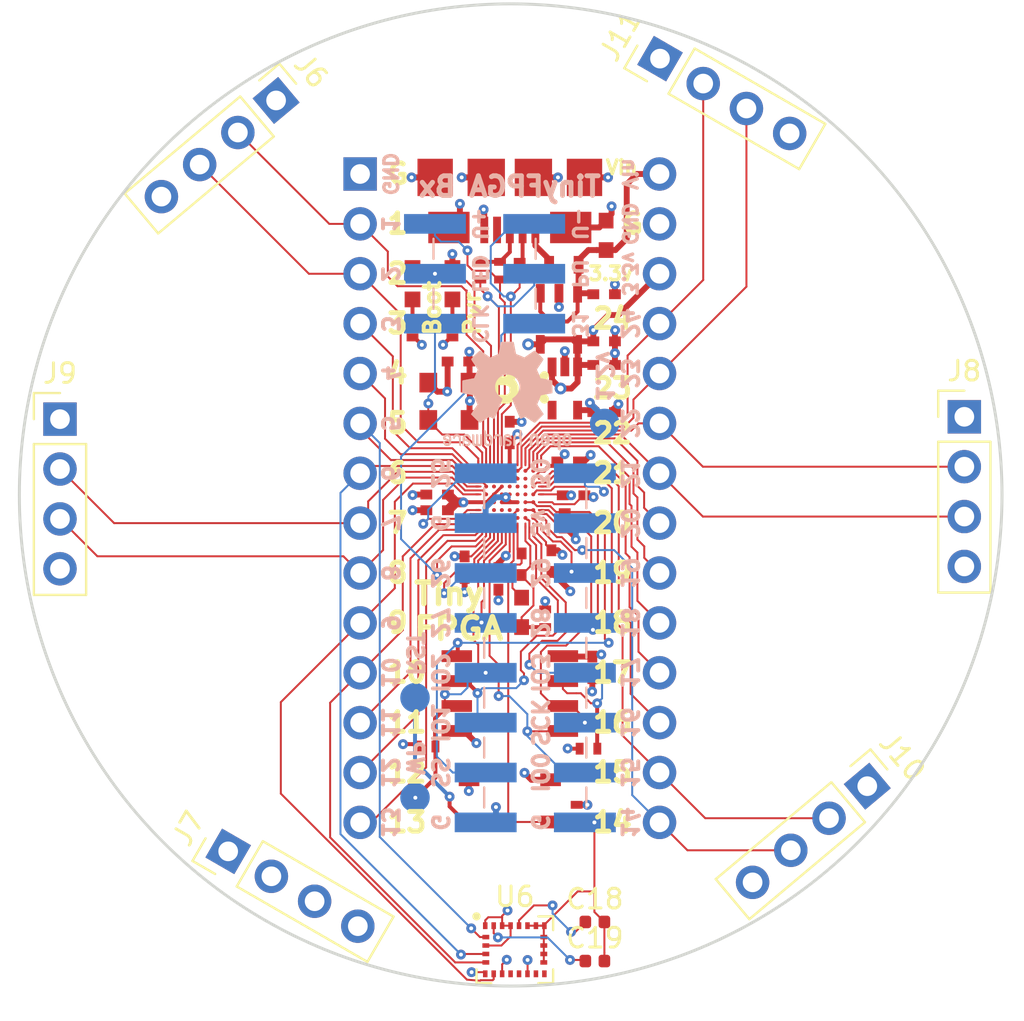
<source format=kicad_pcb>
(kicad_pcb (version 20171130) (host pcbnew 5.1.0-060a0da~80~ubuntu18.04.1)
  (layers (0 F.Cu signal) (1 In1.Cu power) (2 In2.Cu power) (31 B.Cu signal) (34 B.Paste user) (35 F.Paste user) (36 B.SilkS user hide) (37 F.SilkS user) (38 B.Mask user) (39 F.Mask user) (44 Edge.Cuts user))
  (net 0 "")
  (net 1 CDONE)
  (net 2 VPP_FAST)
  (net 3 224)
  (net 4 221)
  (net 5 185)
  (net 6 174)
  (net 7 116)
  (net 8 3A)
  (net 9 3B)
  (net 10 148)
  (net 11 10A)
  (net 12 212)
  (net 13 115)
  (net 14 119)
  (net 15 10B)
  (net 16 24B)
  (net 17 26A)
  (net 18 24A)
  (net 19 81_GBIN5)
  (net 20 54)
  (net 21 26B)
  (net 22 55)
  (net 23 177)
  (net 24 "Net-(J3-Pad1)")
  (net 25 "Net-(J3-Pad2)")
  (net 26 "Net-(J3-Pad3)")
  (net 27 "Net-(J3-Pad4)")
  (net 28 "Net-(U4-Pad4)")
  (net 29 +5V)
  (net 30 CLK)
  (net 31 +1V2)
  (net 32 SCK)
  (net 33 CRESET_B)
  (net 34 SDI)
  (net 35 SS)
  (net 36 GND)
  (net 37 +3V3)
  (net 38 SDO)
  (net 39 USB_P)
  (net 40 USB_N)
  (net 41 "Net-(C6-Pad1)")
  (net 42 "Net-(C6-Pad2)")
  (net 43 "Net-(U1-PadF3)")
  (net 44 "Net-(U1-PadC3)")
  (net 45 "Net-(U1-PadC4)")
  (net 46 "Net-(U1-PadC5)")
  (net 47 "Net-(U1-PadD3)")
  (net 48 "Net-(U1-PadD7)")
  (net 49 "Net-(U1-PadE7)")
  (net 50 USB_PU)
  (net 51 2A)
  (net 52 13A)
  (net 53 183)
  (net 54 7A)
  (net 55 180)
  (net 56 170)
  (net 57 141)
  (net 58 111)
  (net 59 LED)
  (net 60 140)
  (net 61 110)
  (net 62 57)
  (net 63 112)
  (net 64 70)
  (net 65 109)
  (net 66 "Net-(D1-Pad1)")
  (net 67 "Net-(D2-Pad1)")
  (net 68 82)
  (net 69 "Net-(U1-PadG5)")
  (net 70 56)
  (net 71 "Net-(C18-Pad1)")
  (net 72 "Net-(C19-Pad1)")
  (net 73 "Net-(U6-Pad6)")
  (net 74 "Net-(U6-Pad9)")
  (net 75 "Net-(U6-Pad10)")
  (net 76 "Net-(U6-Pad11)")
  (net 77 "Net-(U6-Pad12)")
  (net 78 "Net-(U6-Pad13)")
  (module tinyfpga:CM81 (layer F.Cu) (at 151.13 114.114)
    (fp_text reference U1)
    (fp_text value iCE40-LP8K-CM81)
    (pad A1 smd oval (at -1.6 -1.6) (size 0.1 0.335) (layers F.Cu F.Paste F.Mask) (net 3 224))
    (pad A2 smd oval (at -1.2 -1.6) (size 0.1 0.33) (layers F.Cu F.Paste F.Mask) (net 4 221))
    (pad A3 smd oval (at -0.8 -1.6) (size 0.1 0.335) (layers F.Cu F.Paste F.Mask) (net 50 USB_PU))
    (pad A4 smd oval (at -0.4 -1.6) (size 0.1 0.335) (layers F.Cu F.Paste F.Mask) (net 40 USB_N))
    (pad A5 smd circle (at 0 -1.6) (size 0.2 0.2) (layers F.Cu F.Paste F.Mask) (net 37 +3V3))
    (pad A6 smd oval (at 0.4 -1.6) (size 0.1 0.335) (layers F.Cu F.Paste F.Mask) (net 5 185))
    (pad A7 smd oval (at 0.8 -1.6) (size 0.1 0.335) (layers F.Cu F.Paste F.Mask) (net 23 177))
    (pad A8 smd oval (at 1.2 -1.6) (size 0.1 0.335) (layers F.Cu F.Paste F.Mask) (net 6 174))
    (pad A9 smd oval (at 1.6 -1.6) (size 0.1 0.335) (layers F.Cu F.Paste F.Mask) (net 7 116))
    (pad B1 smd oval (at -1.6 -1.2) (size 0.33 0.1) (layers F.Cu F.Paste F.Mask) (net 8 3A))
    (pad B2 smd circle (at -1.2 -1.2) (size 0.2 0.2) (layers F.Cu F.Paste F.Mask) (net 30 CLK))
    (pad B3 smd circle (at -0.8 -1.2) (size 0.2 0.2) (layers F.Cu F.Paste F.Mask) (net 59 LED))
    (pad B4 smd circle (at -0.4 -1.2) (size 0.2 0.2) (layers F.Cu F.Paste F.Mask) (net 39 USB_P))
    (pad B5 smd circle (at 0 -1.2) (size 0.2 0.2) (layers F.Cu F.Paste F.Mask) (net 37 +3V3))
    (pad B6 smd circle (at 0.4 -1.2) (size 0.2 0.2) (layers F.Cu F.Paste F.Mask) (net 53 183))
    (pad B7 smd circle (at 0.8 -1.2) (size 0.2 0.2) (layers F.Cu F.Paste F.Mask) (net 55 180))
    (pad B8 smd circle (at 1.2 -1.2) (size 0.2 0.2) (layers F.Cu F.Paste F.Mask) (net 56 170))
    (pad B9 smd circle (at 1.6 -1.2) (size 0.2 0.2) (layers F.Cu F.Paste F.Mask) (net 37 +3V3))
    (pad C1 smd oval (at -1.6 -0.8) (size 0.335 0.1) (layers F.Cu F.Paste F.Mask) (net 9 3B))
    (pad C2 smd circle (at -1.2 -0.8) (size 0.2 0.2) (layers F.Cu F.Paste F.Mask) (net 51 2A))
    (pad C3 smd circle (at -0.8 -0.8) (size 0.2 0.2) (layers F.Cu F.Paste F.Mask) (net 44 "Net-(U1-PadC3)"))
    (pad C4 smd circle (at -0.4 -0.8) (size 0.2 0.2) (layers F.Cu F.Paste F.Mask) (net 45 "Net-(U1-PadC4)"))
    (pad C5 smd circle (at 0 -0.8) (size 0.2 0.2) (layers F.Cu F.Paste F.Mask) (net 46 "Net-(U1-PadC5)"))
    (pad C6 smd circle (at 0.4 -0.8) (size 0.2 0.2) (layers F.Cu F.Paste F.Mask) (net 37 +3V3))
    (pad C7 smd circle (at 0.8 -0.8) (size 0.2 0.2) (layers F.Cu F.Paste F.Mask) (net 2 VPP_FAST))
    (pad C8 smd circle (at 1.2 -0.8) (size 0.2 0.2) (layers F.Cu F.Paste F.Mask) (net 37 +3V3))
    (pad C9 smd oval (at 1.6 -0.8) (size 0.335 0.1) (layers F.Cu F.Paste F.Mask) (net 10 148))
    (pad D1 smd oval (at -1.6 -0.4) (size 0.335 0.1) (layers F.Cu F.Paste F.Mask) (net 11 10A))
    (pad D2 smd circle (at -1.2 -0.4) (size 0.2 0.2) (layers F.Cu F.Paste F.Mask) (net 54 7A))
    (pad D3 smd circle (at -0.8 -0.4) (size 0.2 0.2) (layers F.Cu F.Paste F.Mask) (net 47 "Net-(U1-PadD3)"))
    (pad D4 smd circle (at -0.4 -0.4) (size 0.2 0.2) (layers F.Cu F.Paste F.Mask) (net 31 +1V2))
    (pad D5 smd circle (at 0 -0.4) (size 0.2 0.2) (layers F.Cu F.Paste F.Mask) (net 12 212))
    (pad D6 smd circle (at 0.4 -0.4) (size 0.2 0.2) (layers F.Cu F.Paste F.Mask) (net 13 115))
    (pad D7 smd circle (at 0.8 -0.4) (size 0.2 0.2) (layers F.Cu F.Paste F.Mask) (net 48 "Net-(U1-PadD7)"))
    (pad D8 smd circle (at 1.2 -0.4) (size 0.2 0.2) (layers F.Cu F.Paste F.Mask) (net 57 141))
    (pad D9 smd oval (at 1.6 -0.4) (size 0.335 0.1) (layers F.Cu F.Paste F.Mask) (net 14 119))
    (pad E1 smd oval (at -1.6 0) (size 0.335 0.1) (layers F.Cu F.Paste F.Mask) (net 15 10B))
    (pad E2 smd circle (at -1.2 0) (size 0.2 0.2) (layers F.Cu F.Paste F.Mask) (net 52 13A))
    (pad E3 smd circle (at -0.8 0) (size 0.2 0.2) (layers F.Cu F.Paste F.Mask) (net 31 +1V2))
    (pad E4 smd circle (at -0.4 0) (size 0.2 0.2) (layers F.Cu F.Paste F.Mask) (net 36 GND))
    (pad E5 smd circle (at 0 0) (size 0.2 0.2) (layers F.Cu F.Paste F.Mask) (net 36 GND))
    (pad E6 smd circle (at 0.4 0) (size 0.2 0.2) (layers F.Cu F.Paste F.Mask) (net 1 CDONE))
    (pad E7 smd circle (at 0.8 0) (size 0.2 0.2) (layers F.Cu F.Paste F.Mask) (net 49 "Net-(U1-PadE7)"))
    (pad E8 smd circle (at 1.2 0) (size 0.2 0.2) (layers F.Cu F.Paste F.Mask) (net 60 140))
    (pad E9 smd oval (at 1.6 0) (size 0.335 0.1) (layers F.Cu F.Paste F.Mask) (net 31 +1V2))
    (pad F1 smd circle (at -1.6 0.4) (size 0.2 0.2) (layers F.Cu F.Paste F.Mask) (net 31 +1V2))
    (pad F2 smd circle (at -1.2 0.4) (size 0.2 0.2) (layers F.Cu F.Paste F.Mask) (net 31 +1V2))
    (pad F3 smd circle (at -0.8 0.4) (size 0.2 0.2) (layers F.Cu F.Paste F.Mask) (net 43 "Net-(U1-PadF3)"))
    (pad F4 smd circle (at -0.4 0.4) (size 0.2 0.2) (layers F.Cu F.Paste F.Mask) (net 36 GND))
    (pad F5 smd circle (at 0 0.4) (size 0.2 0.2) (layers F.Cu F.Paste F.Mask) (net 36 GND))
    (pad F6 smd circle (at 0.4 0.4) (size 0.2 0.2) (layers F.Cu F.Paste F.Mask) (net 36 GND))
    (pad F7 smd circle (at 0.8 0.4) (size 0.2 0.2) (layers F.Cu F.Paste F.Mask) (net 35 SS))
    (pad F8 smd circle (at 1.2 0.4) (size 0.2 0.2) (layers F.Cu F.Paste F.Mask) (net 35 SS))
    (pad F9 smd oval (at 1.6 0.4) (size 0.335 0.1) (layers F.Cu F.Paste F.Mask) (net 36 GND))
    (pad G1 smd oval (at -1.6 0.8) (size 0.335 0.1) (layers F.Cu F.Paste F.Mask) (net 16 24B))
    (pad G2 smd circle (at -1.2 0.8) (size 0.2 0.2) (layers F.Cu F.Paste F.Mask) (net 17 26A))
    (pad G3 smd circle (at -0.8 0.8) (size 0.2 0.2) (layers F.Cu F.Paste F.Mask) (net 18 24A))
    (pad G4 smd circle (at -0.4 0.8) (size 0.2 0.2) (layers F.Cu F.Paste F.Mask) (net 19 81_GBIN5))
    (pad G5 smd circle (at 0 0.8) (size 0.2 0.2) (layers F.Cu F.Paste F.Mask) (net 69 "Net-(U1-PadG5)"))
    (pad G6 smd circle (at 0.4 0.8) (size 0.2 0.2) (layers F.Cu F.Paste F.Mask) (net 38 SDO))
    (pad G7 smd circle (at 0.8 0.8) (size 0.2 0.2) (layers F.Cu F.Paste F.Mask) (net 32 SCK))
    (pad G8 smd circle (at 1.2 0.8) (size 0.2 0.2) (layers F.Cu F.Paste F.Mask) (net 32 SCK))
    (pad G9 smd oval (at 1.6 0.8) (size 0.335 0.1) (layers F.Cu F.Paste F.Mask) (net 63 112))
    (pad H1 smd oval (at -1.6 1.2) (size 0.33 0.1) (layers F.Cu F.Paste F.Mask) (net 20 54))
    (pad H2 smd circle (at -1.2 1.2) (size 0.2 0.2) (layers F.Cu F.Paste F.Mask) (net 21 26B))
    (pad H3 smd circle (at -0.8 1.2) (size 0.2 0.2) (layers F.Cu F.Paste F.Mask) (net 37 +3V3))
    (pad H4 smd circle (at -0.4 1.2) (size 0.2 0.2) (layers F.Cu F.Paste F.Mask) (net 68 82))
    (pad H5 smd circle (at 0 1.2) (size 0.2 0.2) (layers F.Cu F.Paste F.Mask) (net 38 SDO))
    (pad H6 smd circle (at 0.4 1.2) (size 0.2 0.2) (layers F.Cu F.Paste F.Mask) (net 33 CRESET_B))
    (pad H7 smd circle (at 0.8 1.2) (size 0.2 0.2) (layers F.Cu F.Paste F.Mask) (net 34 SDI) (clearance 0.1))
    (pad H8 smd circle (at 1.2 1.2) (size 0.2 0.2) (layers F.Cu F.Paste F.Mask) (net 37 +3V3))
    (pad H9 smd oval (at 1.6 1.2) (size 0.33 0.1) (layers F.Cu F.Paste F.Mask) (net 58 111))
    (pad J1 smd oval (at -1.6 1.6) (size 0.1 0.335) (layers F.Cu F.Paste F.Mask) (net 22 55) (clearance 0.1))
    (pad J2 smd oval (at -1.2 1.6) (size 0.1 0.33) (layers F.Cu F.Paste F.Mask) (net 70 56))
    (pad J3 smd oval (at -0.8 1.6) (size 0.1 0.335) (layers F.Cu F.Paste F.Mask) (net 62 57))
    (pad J4 smd oval (at -0.4 1.6) (size 0.1 0.335) (layers F.Cu F.Paste F.Mask) (net 64 70))
    (pad J5 smd oval (at 0 1.6) (size 0.1 0.335) (layers F.Cu F.Paste F.Mask) (net 37 +3V3))
    (pad J6 smd oval (at 0.4 1.6) (size 0.1 0.335) (layers F.Cu F.Paste F.Mask) (net 41 "Net-(C6-Pad1)"))
    (pad J7 smd oval (at 0.8 1.6) (size 0.1 0.335) (layers F.Cu F.Paste F.Mask) (net 42 "Net-(C6-Pad2)"))
    (pad J8 smd oval (at 1.2 1.6) (size 0.1 0.33) (layers F.Cu F.Paste F.Mask) (net 65 109))
    (pad J9 smd oval (at 1.6 1.6) (size 0.1 0.335) (layers F.Cu F.Paste F.Mask) (net 61 110))
  )
  (module Pin_Headers:Pin_Header_Straight_1x14_Pitch2.54mm (layer F.Cu) (at 143.516 97.7991)
    (fp_text reference J1 hide)
    (fp_text value CONN_01X14 hide)
    (pad 1 thru_hole rect (at 0 0) (size 1.7 1.7) (drill 1) (layers *.Cu *.Mask) (net 36 GND))
    (pad 2 thru_hole oval (at 0 2.54) (size 1.7 1.7) (drill 1) (layers *.Cu *.Mask) (net 4 221))
    (pad 3 thru_hole oval (at 0 5.08) (size 1.7 1.7) (drill 1) (layers *.Cu *.Mask) (net 3 224))
    (pad 4 thru_hole oval (at 0 7.62) (size 1.7 1.7) (drill 1) (layers *.Cu *.Mask) (net 8 3A))
    (pad 5 thru_hole oval (at 0 10.16) (size 1.7 1.7) (drill 1) (layers *.Cu *.Mask) (net 51 2A))
    (pad 6 thru_hole oval (at 0 12.7) (size 1.7 1.7) (drill 1) (layers *.Cu *.Mask) (net 9 3B))
    (pad 7 thru_hole oval (at 0 15.24) (size 1.7 1.7) (drill 1) (layers *.Cu *.Mask) (net 54 7A))
    (pad 8 thru_hole oval (at 0 17.78) (size 1.7 1.7) (drill 1) (layers *.Cu *.Mask) (net 11 10A))
    (pad 9 thru_hole oval (at 0 20.32) (size 1.7 1.7) (drill 1) (layers *.Cu *.Mask) (net 52 13A))
    (pad 10 thru_hole oval (at 0 22.86) (size 1.7 1.7) (drill 1) (layers *.Cu *.Mask) (net 15 10B))
    (pad 11 thru_hole oval (at 0 25.4) (size 1.7 1.7) (drill 1) (layers *.Cu *.Mask) (net 17 26A))
    (pad 12 thru_hole oval (at 0 27.94) (size 1.7 1.7) (drill 1) (layers *.Cu *.Mask) (net 20 54))
    (pad 13 thru_hole oval (at 0 30.48) (size 1.7 1.7) (drill 1) (layers *.Cu *.Mask) (net 22 55))
    (pad 14 thru_hole oval (at 0 33.02) (size 1.7 1.7) (drill 1) (layers *.Cu *.Mask) (net 21 26B))
  )
  (module Pin_Headers:Pin_Header_Straight_2x08_Pitch2.54mm_SMD (layer B.Cu) (at 152.431 121.9291 180)
    (fp_text reference J4 hide)
    (fp_text value Conn_02x08_Odd_Even hide)
    (pad 1 smd rect (at -2.525 8.89 180) (size 3.15 1) (layers B.Cu B.Paste B.Mask) (net 60 140))
    (pad 2 smd rect (at 2.525 8.89 180) (size 3.15 1) (layers B.Cu B.Paste B.Mask) (net 16 24B))
    (pad 3 smd rect (at -2.525 6.35 180) (size 3.15 1) (layers B.Cu B.Paste B.Mask) (net 37 +3V3))
    (pad 4 smd rect (at 2.525 6.35 180) (size 3.15 1) (layers B.Cu B.Paste B.Mask) (net 36 GND))
    (pad 5 smd rect (at -2.525 3.81 180) (size 3.15 1) (layers B.Cu B.Paste B.Mask) (net 61 110))
    (pad 6 smd rect (at 2.525 3.81 180) (size 3.15 1) (layers B.Cu B.Paste B.Mask) (net 62 57))
    (pad 7 smd rect (at -2.525 1.27 180) (size 3.15 1) (layers B.Cu B.Paste B.Mask) (net 63 112))
    (pad 8 smd rect (at 2.525 1.27 180) (size 3.15 1) (layers B.Cu B.Paste B.Mask) (net 64 70))
    (pad 9 smd rect (at -2.525 -1.27 180) (size 3.15 1) (layers B.Cu B.Paste B.Mask) (net 65 109))
    (pad 10 smd rect (at 2.525 -1.27 180) (size 3.15 1) (layers B.Cu B.Paste B.Mask) (net 68 82))
    (pad 11 smd rect (at -2.525 -3.81 180) (size 3.15 1) (layers B.Cu B.Paste B.Mask) (net 32 SCK))
    (pad 12 smd rect (at 2.525 -3.81 180) (size 3.15 1) (layers B.Cu B.Paste B.Mask) (net 34 SDI))
    (pad 13 smd rect (at -2.525 -6.35 180) (size 3.15 1) (layers B.Cu B.Paste B.Mask) (net 38 SDO))
    (pad 14 smd rect (at 2.525 -6.35 180) (size 3.15 1) (layers B.Cu B.Paste B.Mask) (net 35 SS))
    (pad 15 smd rect (at -2.525 -8.89 180) (size 3.15 1) (layers B.Cu B.Paste B.Mask) (net 36 GND))
    (pad 16 smd rect (at 2.525 -8.89 180) (size 3.15 1) (layers B.Cu B.Paste B.Mask) (net 36 GND))
  )
  (module Housings_SOIC:SOIC-8_3.9x4.9mm_Pitch1.27mm (layer F.Cu) (at 151.136 124.2581)
    (fp_text reference U5)
    (fp_text value AT25SF081-SSHD-B)
    (pad 1 smd rect (at -2.7 -1.905) (size 1.55 0.6) (layers F.Cu F.Paste F.Mask) (net 35 SS))
    (pad 2 smd rect (at -2.7 -0.635) (size 1.55 0.6) (layers F.Cu F.Paste F.Mask) (net 34 SDI))
    (pad 3 smd rect (at -2.7 0.635) (size 1.55 0.6) (layers F.Cu F.Paste F.Mask) (net 68 82))
    (pad 4 smd rect (at -2.7 1.905) (size 1.55 0.6) (layers F.Cu F.Paste F.Mask) (net 36 GND))
    (pad 5 smd rect (at 2.7 1.905) (size 1.55 0.6) (layers F.Cu F.Paste F.Mask) (net 38 SDO))
    (pad 6 smd rect (at 2.7 0.635) (size 1.55 0.6) (layers F.Cu F.Paste F.Mask) (net 32 SCK))
    (pad 7 smd rect (at 2.7 -0.635) (size 1.55 0.6) (layers F.Cu F.Paste F.Mask) (net 65 109))
    (pad 8 smd rect (at 2.7 -1.905) (size 1.55 0.6) (layers F.Cu F.Paste F.Mask) (net 37 +3V3))
  )
  (module Pin_Headers:Pin_Header_Straight_2x03_Pitch2.54mm_SMD (layer B.Cu) (at 149.851 102.8791)
    (fp_text reference J5 hide)
    (fp_text value Conn_02x03_Odd_Even)
    (pad 1 smd rect (at -2.525 2.54) (size 3.15 1) (layers B.Cu B.Paste B.Mask) (net 30 CLK))
    (pad 2 smd rect (at 2.525 2.54) (size 3.15 1) (layers B.Cu B.Paste B.Mask) (net 70 56))
    (pad 3 smd rect (at -2.525 0) (size 3.15 1) (layers B.Cu B.Paste B.Mask) (net 59 LED))
    (pad 4 smd rect (at 2.525 0) (size 3.15 1) (layers B.Cu B.Paste B.Mask) (net 50 USB_PU))
    (pad 5 smd rect (at -2.525 -2.54) (size 3.15 1) (layers B.Cu B.Paste B.Mask) (net 39 USB_P))
    (pad 6 smd rect (at 2.525 -2.54) (size 3.15 1) (layers B.Cu B.Paste B.Mask) (net 40 USB_N))
  )
  (module Measurement_Points:Measurement_Point_Round-SMD-Pad_Small (layer B.Cu) (at 155.962 110.4991)
    (fp_text reference TP3 hide)
    (fp_text value TEST)
    (pad 1 smd circle (at 0 0) (size 1.5 1.5) (layers B.Cu B.Mask) (net 31 +1V2))
  )
  (module Symbols:OSHW-Logo2_7.3x6mm_SilkScreen (layer B.Cu) (at 151.009 109.1021 180)
    (fp_text reference REF*** hide)
    (fp_text value OSHW-Logo2_7.3x6mm_SilkScreen hide)
  )
  (module Resistors_SMD:R_0402 (layer F.Cu) (at 154.536 130.3731 270)
    (fp_text reference R6)
    (fp_text value R)
    (pad 1 smd rect (at -0.45 0 270) (size 0.4 0.6) (layers F.Cu F.Paste F.Mask) (net 37 +3V3))
    (pad 2 smd rect (at 0.45 0 270) (size 0.4 0.6) (layers F.Cu F.Paste F.Mask) (net 33 CRESET_B))
  )
  (module Capacitors_SMD:C_0603 (layer F.Cu) (at 151.736 120.1231 270)
    (fp_text reference C6)
    (fp_text value 10uF)
    (pad 1 smd rect (at -0.75 0 270) (size 0.8 0.75) (layers F.Cu F.Paste F.Mask) (net 41 "Net-(C6-Pad1)"))
    (pad 2 smd rect (at 0.75 0 270) (size 0.8 0.75) (layers F.Cu F.Paste F.Mask) (net 42 "Net-(C6-Pad2)"))
  )
  (module Capacitors_SMD:C_0603 (layer F.Cu) (at 156.036 100.9231 90)
    (fp_text reference C17)
    (fp_text value 10uF)
    (pad 1 smd rect (at -0.75 0 90) (size 0.8 0.75) (layers F.Cu F.Paste F.Mask) (net 29 +5V))
    (pad 2 smd rect (at 0.75 0 90) (size 0.8 0.75) (layers F.Cu F.Paste F.Mask) (net 36 GND))
  )
  (module Inductors_SMD:L_0603 (layer F.Cu) (at 153.886 102.4231 180)
    (fp_text reference L1)
    (fp_text value Bead)
    (pad 1 smd rect (at -0.75 0 180) (size 0.5 0.9) (layers F.Cu F.Paste F.Mask) (net 29 +5V))
    (pad 2 smd rect (at 0.75 0 180) (size 0.5 0.9) (layers F.Cu F.Paste F.Mask) (net 24 "Net-(J3-Pad1)"))
  )
  (module Resistors_SMD:R_0402_NoSilk (layer F.Cu) (at 146.183 105.6731 270)
    (fp_text reference R9 hide)
    (fp_text value 270)
    (pad 1 smd rect (at -0.45 0 270) (size 0.4 0.6) (layers F.Cu F.Paste F.Mask) (net 67 "Net-(D2-Pad1)"))
    (pad 2 smd rect (at 0.45 0 270) (size 0.4 0.6) (layers F.Cu F.Paste F.Mask) (net 36 GND))
  )
  (module Resistors_SMD:R_0402_NoSilk (layer F.Cu) (at 148.215 105.6731 270)
    (fp_text reference R8 hide)
    (fp_text value 270)
    (pad 1 smd rect (at -0.45 0 270) (size 0.4 0.6) (layers F.Cu F.Paste F.Mask) (net 66 "Net-(D1-Pad1)"))
    (pad 2 smd rect (at 0.45 0 270) (size 0.4 0.6) (layers F.Cu F.Paste F.Mask) (net 36 GND))
  )
  (module LEDs:LED_0603 (layer F.Cu) (at 148.215 103.3871 90)
    (fp_text reference D1 hide)
    (fp_text value LED_Small)
    (pad 2 smd rect (at 0.8 0 270) (size 0.8 0.8) (layers F.Cu F.Paste F.Mask) (net 37 +3V3))
    (pad 1 smd rect (at -0.8 0 270) (size 0.8 0.8) (layers F.Cu F.Paste F.Mask) (net 66 "Net-(D1-Pad1)"))
  )
  (module LEDs:LED_0603 (layer F.Cu) (at 146.183 103.3871 90)
    (fp_text reference D2 hide)
    (fp_text value LED_Small)
    (pad 2 smd rect (at 0.8 0 270) (size 0.8 0.8) (layers F.Cu F.Paste F.Mask) (net 59 LED))
    (pad 1 smd rect (at -0.8 0 270) (size 0.8 0.8) (layers F.Cu F.Paste F.Mask) (net 67 "Net-(D2-Pad1)"))
  )
  (module Connectors_Molex:USB_Micro-B_Molex_47346-0001 (layer F.Cu) (at 151.136 97.9731 180)
    (fp_text reference J3)
    (fp_text value USB_OTG)
    (pad 1 smd rect (at -1.3 -2.675 270) (size 1.35 0.4) (layers F.Cu F.Paste F.Mask) (net 24 "Net-(J3-Pad1)"))
    (pad 2 smd rect (at -0.65 -2.675 270) (size 1.35 0.4) (layers F.Cu F.Paste F.Mask) (net 25 "Net-(J3-Pad2)"))
    (pad 3 smd rect (at 0 -2.675 270) (size 1.35 0.4) (layers F.Cu F.Paste F.Mask) (net 26 "Net-(J3-Pad3)"))
    (pad 4 smd rect (at 0.65 -2.675 270) (size 1.35 0.4) (layers F.Cu F.Paste F.Mask) (net 27 "Net-(J3-Pad4)"))
    (pad 5 smd rect (at 1.3 -2.675 270) (size 1.35 0.4) (layers F.Cu F.Paste F.Mask) (net 36 GND))
    (pad 6 smd rect (at -3.1 -2.55 180) (size 2.1 1.6) (layers F.Cu F.Paste F.Mask) (net 36 GND))
    (pad 6 smd rect (at 3.1 -2.55 180) (size 2.1 1.6) (layers F.Cu F.Paste F.Mask) (net 36 GND))
    (pad 6 smd rect (at -3.8 0 270) (size 1.9 1.8) (layers F.Cu F.Paste F.Mask) (net 36 GND))
    (pad 6 smd rect (at 3.8 0 270) (size 1.9 1.8) (layers F.Cu F.Paste F.Mask) (net 36 GND))
    (pad 6 smd rect (at -1.2 0 270) (size 1.9 1.9) (layers F.Cu F.Paste F.Mask) (net 36 GND))
    (pad 6 smd rect (at 1.2 0 270) (size 1.9 1.9) (layers F.Cu F.Paste F.Mask) (net 36 GND))
  )
  (module tinyfpga:CDFN3225-4LD-PL-1 (layer F.Cu) (at 148.039614 109.364854 180)
    (fp_text reference U3)
    (fp_text value DSC6001CI2A-016.0000T)
    (pad 1 smd rect (at -1.046386 0.941754 270) (size 1 0.9) (layers F.Cu F.Paste F.Mask) (net 37 +3V3))
    (pad 4 smd rect (at -1.046386 -0.958246 270) (size 1 0.9) (layers F.Cu F.Paste F.Mask) (net 37 +3V3))
    (pad 3 smd rect (at 1.053614 -0.958246 270) (size 1 0.9) (layers F.Cu F.Paste F.Mask) (net 30 CLK))
    (pad 2 smd rect (at 1.053614 0.941754 270) (size 1 0.9) (layers F.Cu F.Paste F.Mask) (net 36 GND))
  )
  (module Measurement_Points:Measurement_Point_Round-SMD-Pad_Small (layer B.Cu) (at 146.31 129.5491)
    (fp_text reference TP1)
    (fp_text value TEST)
    (pad 1 smd circle (at 0 0) (size 1.5 1.5) (layers B.Cu B.Mask) (net 68 82))
  )
  (module Measurement_Points:Measurement_Point_Round-SMD-Pad_Small (layer B.Cu) (at 146.31 124.4691)
    (fp_text reference TP2)
    (fp_text value TEST)
    (pad 1 smd circle (at 0 0) (size 1.5 1.5) (layers B.Cu B.Mask) (net 33 CRESET_B))
  )
  (module tinyfpga:SC-70-C5 (layer F.Cu) (at 153.636 105.1731)
    (fp_text reference U2)
    (fp_text value MIC5504-3.3YM5-TR)
    (pad 2 smd rect (at 0 -1.3) (size 0.45 0.95) (layers F.Cu F.Paste F.Mask) (net 36 GND))
    (pad 3 smd rect (at -0.95 -1.3) (size 0.45 0.95) (layers F.Cu F.Paste F.Mask) (net 29 +5V))
    (pad 1 smd rect (at 0.95 -1.3) (size 0.45 0.95) (layers F.Cu F.Paste F.Mask) (net 29 +5V))
    (pad 4 smd rect (at -0.95 1.3) (size 0.45 0.95) (layers F.Cu F.Paste F.Mask) (net 37 +3V3))
    (pad 5 smd rect (at 0.95 1.3) (size 0.45 0.95) (layers F.Cu F.Paste F.Mask) (net 37 +3V3))
  )
  (module Resistors_SMD:R_0402_NoSilk (layer F.Cu) (at 146.9 126.954)
    (fp_text reference R7)
    (fp_text value 10k)
    (pad 1 smd rect (at -0.45 0) (size 0.4 0.6) (layers F.Cu F.Paste F.Mask) (net 37 +3V3))
    (pad 2 smd rect (at 0.45 0) (size 0.4 0.6) (layers F.Cu F.Paste F.Mask) (net 68 82))
  )
  (module Pin_Headers:Pin_Header_Straight_1x14_Pitch2.54mm (layer F.Cu) (at 158.756 97.7991)
    (fp_text reference J2 hide)
    (fp_text value CONN_01X14 hide)
    (pad 1 thru_hole circle (at 0 0) (size 1.7 1.7) (drill 1) (layers *.Cu *.Mask) (net 29 +5V))
    (pad 2 thru_hole oval (at 0 2.54) (size 1.7 1.7) (drill 1) (layers *.Cu *.Mask) (net 36 GND))
    (pad 3 thru_hole oval (at 0 5.08) (size 1.7 1.7) (drill 1) (layers *.Cu *.Mask) (net 37 +3V3))
    (pad 4 thru_hole oval (at 0 7.62) (size 1.7 1.7) (drill 1) (layers *.Cu *.Mask) (net 5 185))
    (pad 5 thru_hole oval (at 0 10.16) (size 1.7 1.7) (drill 1) (layers *.Cu *.Mask) (net 53 183))
    (pad 6 thru_hole oval (at 0 12.7) (size 1.7 1.7) (drill 1) (layers *.Cu *.Mask) (net 23 177))
    (pad 7 thru_hole oval (at 0 15.24) (size 1.7 1.7) (drill 1) (layers *.Cu *.Mask) (net 55 180))
    (pad 8 thru_hole oval (at 0 17.78) (size 1.7 1.7) (drill 1) (layers *.Cu *.Mask) (net 6 174))
    (pad 9 thru_hole oval (at 0 20.32) (size 1.7 1.7) (drill 1) (layers *.Cu *.Mask) (net 56 170))
    (pad 10 thru_hole oval (at 0 22.86) (size 1.7 1.7) (drill 1) (layers *.Cu *.Mask) (net 7 116))
    (pad 11 thru_hole oval (at 0 25.4) (size 1.7 1.7) (drill 1) (layers *.Cu *.Mask) (net 10 148))
    (pad 12 thru_hole oval (at 0 27.94) (size 1.7 1.7) (drill 1) (layers *.Cu *.Mask) (net 57 141))
    (pad 13 thru_hole oval (at 0 30.48) (size 1.7 1.7) (drill 1) (layers *.Cu *.Mask) (net 14 119))
    (pad 14 thru_hole oval (at 0 33.02) (size 1.7 1.7) (drill 1) (layers *.Cu *.Mask) (net 58 111))
  )
  (module Capacitors_SMD:C_0402_NoSilk (layer F.Cu) (at 150.555 118.414 270)
    (fp_text reference C16)
    (fp_text value 100nF)
    (pad 1 smd rect (at -0.55 0 270) (size 0.6 0.5) (layers F.Cu F.Paste F.Mask) (net 37 +3V3))
    (pad 2 smd rect (at 0.55 0 270) (size 0.6 0.5) (layers F.Cu F.Paste F.Mask) (net 36 GND))
  )
  (module Resistors_SMD:R_0402_NoSilk (layer F.Cu) (at 153.93 115.464 90)
    (fp_text reference R5)
    (fp_text value 10k)
    (pad 1 smd rect (at -0.45 0 90) (size 0.38 0.6) (layers F.Cu F.Paste F.Mask) (net 37 +3V3))
    (pad 2 smd rect (at 0.45 0 90) (size 0.38 0.6) (layers F.Cu F.Paste F.Mask) (net 35 SS))
  )
  (module Capacitors_SMD:C_0402_NoSilk (layer F.Cu) (at 154.38 114.164)
    (fp_text reference C13)
    (fp_text value 10nF)
    (pad 1 smd rect (at -0.55 0) (size 0.6 0.5) (layers F.Cu F.Paste F.Mask) (net 31 +1V2))
    (pad 2 smd rect (at 0.55 0) (size 0.6 0.5) (layers F.Cu F.Paste F.Mask) (net 36 GND))
  )
  (module Capacitors_SMD:C_0402_NoSilk (layer F.Cu) (at 151.13 110.964 90)
    (fp_text reference C15)
    (fp_text value 10nF)
    (pad 1 smd rect (at -0.55 0 90) (size 0.6 0.5) (layers F.Cu F.Paste F.Mask) (net 37 +3V3))
    (pad 2 smd rect (at 0.55 0 90) (size 0.6 0.5) (layers F.Cu F.Paste F.Mask) (net 36 GND))
  )
  (module Capacitors_SMD:C_0402_NoSilk (layer F.Cu) (at 154.105 112.439)
    (fp_text reference C14)
    (fp_text value 10nF)
    (pad 1 smd rect (at -0.55 0) (size 0.6 0.5) (layers F.Cu F.Paste F.Mask) (net 37 +3V3))
    (pad 2 smd rect (at 0.55 0) (size 0.6 0.5) (layers F.Cu F.Paste F.Mask) (net 36 GND))
  )
  (module Capacitors_SMD:C_0402_NoSilk (layer F.Cu) (at 147.436 114.9231 180)
    (fp_text reference C12)
    (fp_text value 10nF)
    (pad 1 smd rect (at -0.55 0 180) (size 0.6 0.5) (layers F.Cu F.Paste F.Mask) (net 31 +1V2))
    (pad 2 smd rect (at 0.55 0 180) (size 0.6 0.5) (layers F.Cu F.Paste F.Mask) (net 36 GND))
  )
  (module Capacitors_SMD:C_0402_NoSilk (layer F.Cu) (at 147.436 114.1231 180)
    (fp_text reference C11)
    (fp_text value 100nF)
    (pad 1 smd rect (at -0.55 0 180) (size 0.6 0.5) (layers F.Cu F.Paste F.Mask) (net 31 +1V2))
    (pad 2 smd rect (at 0.55 0 180) (size 0.6 0.5) (layers F.Cu F.Paste F.Mask) (net 36 GND))
  )
  (module Capacitors_SMD:C_0402_NoSilk (layer F.Cu) (at 148.5198 107.3495 180)
    (fp_text reference C10)
    (fp_text value 100nF)
    (pad 1 smd rect (at -0.55 0 180) (size 0.6 0.5) (layers F.Cu F.Paste F.Mask) (net 37 +3V3))
    (pad 2 smd rect (at 0.55 0 180) (size 0.6 0.5) (layers F.Cu F.Paste F.Mask) (net 36 GND))
  )
  (module Capacitors_SMD:C_0402_NoSilk (layer F.Cu) (at 153.255 117.514 270)
    (fp_text reference C9)
    (fp_text value 100nF)
    (pad 1 smd rect (at -0.55 0 270) (size 0.6 0.5) (layers F.Cu F.Paste F.Mask) (net 37 +3V3))
    (pad 2 smd rect (at 0.55 0 270) (size 0.6 0.5) (layers F.Cu F.Paste F.Mask) (net 36 GND))
  )
  (module Capacitors_SMD:C_0402_NoSilk (layer F.Cu) (at 148.836 117.8231 270)
    (fp_text reference C8)
    (fp_text value 100nF)
    (pad 1 smd rect (at -0.55 0 270) (size 0.6 0.5) (layers F.Cu F.Paste F.Mask) (net 37 +3V3))
    (pad 2 smd rect (at 0.55 0 270) (size 0.6 0.5) (layers F.Cu F.Paste F.Mask) (net 36 GND))
  )
  (module Capacitors_SMD:C_0402_NoSilk (layer F.Cu) (at 151.736 117.6731 270)
    (fp_text reference C7)
    (fp_text value 100nF)
    (pad 1 smd rect (at -0.55 0 270) (size 0.6 0.5) (layers F.Cu F.Paste F.Mask) (net 41 "Net-(C6-Pad1)"))
    (pad 2 smd rect (at 0.55 0 270) (size 0.6 0.5) (layers F.Cu F.Paste F.Mask) (net 42 "Net-(C6-Pad2)"))
  )
  (module Resistors_SMD:R_0402_NoSilk (layer F.Cu) (at 152.936 120.4231 90)
    (fp_text reference R4)
    (fp_text value 100)
    (pad 1 smd rect (at -0.45 0 90) (size 0.4 0.6) (layers F.Cu F.Paste F.Mask) (net 42 "Net-(C6-Pad2)"))
    (pad 2 smd rect (at 0.45 0 90) (size 0.4 0.6) (layers F.Cu F.Paste F.Mask) (net 31 +1V2))
  )
  (module Capacitors_SMD:C_0402_NoSilk (layer F.Cu) (at 155.336 122.9231 270)
    (fp_text reference C5)
    (fp_text value 100nF)
    (pad 1 smd rect (at -0.55 0 270) (size 0.6 0.5) (layers F.Cu F.Paste F.Mask) (net 37 +3V3))
    (pad 2 smd rect (at 0.55 0 270) (size 0.6 0.5) (layers F.Cu F.Paste F.Mask) (net 36 GND))
  )
  (module Resistors_SMD:R_0402_NoSilk (layer F.Cu) (at 149.636 102.7231 270)
    (fp_text reference R1)
    (fp_text value 1.5k)
    (pad 1 smd rect (at -0.45 0 270) (size 0.4 0.6) (layers F.Cu F.Paste F.Mask) (net 26 "Net-(J3-Pad3)"))
    (pad 2 smd rect (at 0.45 0 270) (size 0.4 0.6) (layers F.Cu F.Paste F.Mask) (net 50 USB_PU))
  )
  (module Resistors_SMD:R_0402_NoSilk (layer F.Cu) (at 150.636 102.7231 90)
    (fp_text reference R2)
    (fp_text value 68)
    (pad 1 smd rect (at -0.45 0 90) (size 0.4 0.6) (layers F.Cu F.Paste F.Mask) (net 39 USB_P))
    (pad 2 smd rect (at 0.45 0 90) (size 0.4 0.6) (layers F.Cu F.Paste F.Mask) (net 26 "Net-(J3-Pad3)"))
  )
  (module Resistors_SMD:R_0402_NoSilk (layer F.Cu) (at 151.636 102.7231 90)
    (fp_text reference R3)
    (fp_text value 68)
    (pad 1 smd rect (at -0.45 0 90) (size 0.4 0.6) (layers F.Cu F.Paste F.Mask) (net 40 USB_N))
    (pad 2 smd rect (at 0.45 0 90) (size 0.4 0.6) (layers F.Cu F.Paste F.Mask) (net 25 "Net-(J3-Pad2)"))
  )
  (module tinyfpga:SC-70-C5 (layer F.Cu) (at 153.936 108.7231)
    (fp_text reference U4)
    (fp_text value MIC5365-1.2YC5-TR)
    (pad 2 smd rect (at 0 -1.1) (size 0.45 0.95) (layers F.Cu F.Paste F.Mask) (net 36 GND))
    (pad 3 smd rect (at -0.65 -1.1) (size 0.45 0.95) (layers F.Cu F.Paste F.Mask) (net 37 +3V3))
    (pad 1 smd rect (at 0.65 -1.1) (size 0.45 0.95) (layers F.Cu F.Paste F.Mask) (net 37 +3V3))
    (pad 4 smd rect (at -0.65 1.1) (size 0.45 0.95) (layers F.Cu F.Paste F.Mask) (net 28 "Net-(U4-Pad4)"))
    (pad 5 smd rect (at 0.65 1.1) (size 0.45 0.95) (layers F.Cu F.Paste F.Mask) (net 31 +1V2))
  )
  (module Capacitors_SMD:C_0402_NoSilk (layer F.Cu) (at 155.936 109.9231)
    (fp_text reference C3)
    (fp_text value 1uF)
    (pad 1 smd rect (at -0.55 0) (size 0.6 0.5) (layers F.Cu F.Paste F.Mask) (net 31 +1V2))
    (pad 2 smd rect (at 0.55 0) (size 0.6 0.5) (layers F.Cu F.Paste F.Mask) (net 36 GND))
  )
  (module Capacitors_SMD:C_0402_NoSilk (layer F.Cu) (at 155.936 103.9231)
    (fp_text reference C1)
    (fp_text value 1uF)
    (pad 1 smd rect (at -0.55 0) (size 0.6 0.5) (layers F.Cu F.Paste F.Mask) (net 29 +5V))
    (pad 2 smd rect (at 0.55 0) (size 0.6 0.5) (layers F.Cu F.Paste F.Mask) (net 36 GND))
  )
  (module Capacitors_SMD:C_0402_NoSilk (layer F.Cu) (at 155.936 106.3231)
    (fp_text reference C4)
    (fp_text value 1uF)
    (pad 1 smd rect (at -0.55 0) (size 0.6 0.5) (layers F.Cu F.Paste F.Mask) (net 37 +3V3))
    (pad 2 smd rect (at 0.55 0) (size 0.6 0.5) (layers F.Cu F.Paste F.Mask) (net 36 GND))
  )
  (module Capacitors_SMD:C_0402_NoSilk (layer F.Cu) (at 155.936 107.5231)
    (fp_text reference C2)
    (fp_text value 1uF)
    (pad 1 smd rect (at -0.55 0) (size 0.6 0.5) (layers F.Cu F.Paste F.Mask) (net 37 +3V3))
    (pad 2 smd rect (at 0.55 0) (size 0.6 0.5) (layers F.Cu F.Paste F.Mask) (net 36 GND))
  )
  (module tinyfpga:PTS_810_SMT_Switch (layer F.Cu) (at 151.136 129.7231)
    (fp_text reference SW1)
    (fp_text value SW_Push hide)
    (pad 1 smd rect (at -2.075 -1.075) (size 1.05 0.65) (layers F.Cu F.Paste F.Mask) (net 36 GND))
    (pad 1 smd rect (at 2.075 -1.075) (size 1.05 0.65) (layers F.Cu F.Paste F.Mask) (net 36 GND))
    (pad 2 smd rect (at 2.075 1.075) (size 1.05 0.65) (layers F.Cu F.Paste F.Mask) (net 33 CRESET_B))
    (pad 2 smd rect (at -2.075 1.075) (size 1.05 0.65) (layers F.Cu F.Paste F.Mask) (net 33 CRESET_B))
  )
  (module Resistors_SMD:R_0402_NoSilk (layer F.Cu) (at 155.14 127.064)
    (fp_text reference R10 hide)
    (fp_text value 10k)
    (pad 1 smd rect (at -0.45 0) (size 0.4 0.6) (layers F.Cu F.Paste F.Mask) (net 37 +3V3))
    (pad 2 smd rect (at 0.45 0) (size 0.4 0.6) (layers F.Cu F.Paste F.Mask) (net 65 109))
  )
  (module Connector_PinHeader_2.54mm:PinHeader_1x04_P2.54mm_Vertical (layer F.Cu) (at 139.24 94.054 310)
    (fp_text reference J6 (at 0 -2.33 310) (layer F.SilkS))
    (fp_text value sensor0)
    (pad 4 thru_hole oval (at 0 7.62 310) (size 1.7 1.7) (drill 1) (layers *.Cu *.Mask) (net 36 GND))
    (pad 3 thru_hole oval (at 0 5.08 310) (size 1.7 1.7) (drill 1) (layers *.Cu *.Mask) (net 3 224))
    (pad 2 thru_hole oval (at 0 2.54 310) (size 1.7 1.7) (drill 1) (layers *.Cu *.Mask) (net 4 221))
    (pad 1 thru_hole rect (at 0 0 310) (size 1.7 1.7) (drill 1) (layers *.Cu *.Mask) (net 37 +3V3))
  )
  (module Connector_PinHeader_2.54mm:PinHeader_1x04_P2.54mm_Vertical (layer F.Cu) (at 136.800886 132.294 60)
    (fp_text reference J7 (at 0 -2.33 60) (layer F.SilkS))
    (fp_text value sensor2)
    (pad 4 thru_hole oval (at 0 7.62 60) (size 1.7 1.7) (drill 1) (layers *.Cu *.Mask) (net 36 GND))
    (pad 3 thru_hole oval (at 0 5.08 60) (size 1.7 1.7) (drill 1) (layers *.Cu *.Mask) (net 21 26B))
    (pad 2 thru_hole oval (at 0 2.54 60) (size 1.7 1.7) (drill 1) (layers *.Cu *.Mask) (net 22 55))
    (pad 1 thru_hole rect (at 0 0 60) (size 1.7 1.7) (drill 1) (layers *.Cu *.Mask) (net 37 +3V3))
  )
  (module Connector_PinHeader_2.54mm:PinHeader_1x04_P2.54mm_Vertical (layer F.Cu) (at 174.27 110.164)
    (fp_text reference J8 (at 0 -2.33) (layer F.SilkS))
    (fp_text value sensor4)
    (pad 1 thru_hole rect (at 0 0) (size 1.7 1.7) (drill 1) (layers *.Cu *.Mask) (net 37 +3V3))
    (pad 2 thru_hole oval (at 0 2.54) (size 1.7 1.7) (drill 1) (layers *.Cu *.Mask) (net 23 177))
    (pad 3 thru_hole oval (at 0 5.08) (size 1.7 1.7) (drill 1) (layers *.Cu *.Mask) (net 55 180))
    (pad 4 thru_hole oval (at 0 7.62) (size 1.7 1.7) (drill 1) (layers *.Cu *.Mask) (net 36 GND))
  )
  (module Connector_PinHeader_2.54mm:PinHeader_1x04_P2.54mm_Vertical (layer F.Cu) (at 128.24 110.284)
    (fp_text reference J9 (at 0 -2.33) (layer F.SilkS))
    (fp_text value sensor1)
    (pad 4 thru_hole oval (at 0 7.62) (size 1.7 1.7) (drill 1) (layers *.Cu *.Mask) (net 36 GND))
    (pad 3 thru_hole oval (at 0 5.08) (size 1.7 1.7) (drill 1) (layers *.Cu *.Mask) (net 52 13A))
    (pad 2 thru_hole oval (at 0 2.54) (size 1.7 1.7) (drill 1) (layers *.Cu *.Mask) (net 11 10A))
    (pad 1 thru_hole rect (at 0 0) (size 1.7 1.7) (drill 1) (layers *.Cu *.Mask) (net 37 +3V3))
  )
  (module Connector_PinHeader_2.54mm:PinHeader_1x04_P2.54mm_Vertical (layer F.Cu) (at 169.33 128.974 310)
    (fp_text reference J10 (at 0 -2.33 310) (layer F.SilkS))
    (fp_text value sensor3)
    (pad 4 thru_hole oval (at 0 7.62 310) (size 1.7 1.7) (drill 1) (layers *.Cu *.Mask) (net 36 GND))
    (pad 3 thru_hole oval (at 0 5.08 310) (size 1.7 1.7) (drill 1) (layers *.Cu *.Mask) (net 58 111))
    (pad 2 thru_hole oval (at 0 2.54 310) (size 1.7 1.7) (drill 1) (layers *.Cu *.Mask) (net 14 119))
    (pad 1 thru_hole rect (at 0 0 310) (size 1.7 1.7) (drill 1) (layers *.Cu *.Mask) (net 37 +3V3))
  )
  (module Connector_PinHeader_2.54mm:PinHeader_1x04_P2.54mm_Vertical (layer F.Cu) (at 158.78 91.924 60)
    (fp_text reference J11 (at 0 -2.33 60) (layer F.SilkS))
    (fp_text value sensor5)
    (pad 1 thru_hole rect (at 0 0 60) (size 1.7 1.7) (drill 1) (layers *.Cu *.Mask) (net 37 +3V3))
    (pad 2 thru_hole oval (at 0 2.54 60) (size 1.7 1.7) (drill 1) (layers *.Cu *.Mask) (net 5 185))
    (pad 3 thru_hole oval (at 0 5.08 60) (size 1.7 1.7) (drill 1) (layers *.Cu *.Mask) (net 53 183))
    (pad 4 thru_hole oval (at 0 7.62 60) (size 1.7 1.7) (drill 1) (layers *.Cu *.Mask) (net 36 GND))
  )
  (module Capacitor_SMD:C_0402_1005Metric (layer F.Cu) (at 155.465001 135.889001)
    (fp_text reference C18 (at 0 -1.17) (layer F.SilkS))
    (fp_text value C)
    (pad 1 smd roundrect (at -0.485 0) (size 0.59 0.64) (layers F.Cu F.Paste F.Mask) (net 71 "Net-(C18-Pad1)"))
    (pad 2 smd roundrect (at 0.485 0) (size 0.59 0.64) (layers F.Cu F.Paste F.Mask) (net 36 GND))
  )
  (module Capacitor_SMD:C_0402_1005Metric (layer F.Cu) (at 155.465001 137.879001)
    (fp_text reference C19 (at 0 -1.17) (layer F.SilkS))
    (fp_text value C)
    (pad 2 smd roundrect (at 0.485 0) (size 0.59 0.64) (layers F.Cu F.Paste F.Mask) (net 36 GND))
    (pad 1 smd roundrect (at -0.485 0) (size 0.59 0.64) (layers F.Cu F.Paste F.Mask) (net 72 "Net-(C19-Pad1)"))
  )
  (module Package_LGA:LGA-24L_3x3.5mm_P0.43mm (layer F.Cu) (at 151.390001 137.304001)
    (fp_text reference U6 (at 0 -2.7) (layer F.SilkS))
    (fp_text value LSM9DS1)
    (pad 1 smd rect (at -1.505 -1.225) (size 0.23 0.35) (layers F.Cu F.Paste F.Mask) (net 37 +3V3))
    (pad 2 smd rect (at -1.475 -0.645) (size 0.35 0.23) (layers F.Cu F.Paste F.Mask) (net 9 3B))
    (pad 17 smd rect (at 1.475 -0.645) (size 0.35 0.23) (layers F.Cu F.Paste F.Mask) (net 36 GND))
    (pad 3 smd rect (at -1.475 -0.215) (size 0.35 0.23) (layers F.Cu F.Paste F.Mask) (net 37 +3V3))
    (pad 16 smd rect (at 1.475 -0.215) (size 0.35 0.23) (layers F.Cu F.Paste F.Mask) (net 36 GND))
    (pad 4 smd rect (at -1.475 0.215) (size 0.35 0.23) (layers F.Cu F.Paste F.Mask) (net 54 7A))
    (pad 15 smd rect (at 1.475 0.215) (size 0.35 0.23) (layers F.Cu F.Paste F.Mask) (net 36 GND))
    (pad 5 smd rect (at -1.475 0.645) (size 0.35 0.23) (layers F.Cu F.Paste F.Mask) (net 17 26A))
    (pad 14 smd rect (at 1.475 0.645) (size 0.35 0.23) (layers F.Cu F.Paste F.Mask) (net 36 GND))
    (pad 24 smd rect (at -1.075 -1.225) (size 0.23 0.35) (layers F.Cu F.Paste F.Mask) (net 72 "Net-(C19-Pad1)"))
    (pad 23 smd rect (at -0.645 -1.225) (size 0.23 0.35) (layers F.Cu F.Paste F.Mask) (net 37 +3V3))
    (pad 22 smd rect (at -0.215 -1.225) (size 0.23 0.35) (layers F.Cu F.Paste F.Mask) (net 37 +3V3))
    (pad 21 smd rect (at 0.215 -1.225) (size 0.23 0.35) (layers F.Cu F.Paste F.Mask) (net 71 "Net-(C18-Pad1)"))
    (pad 20 smd rect (at 0.645 -1.225) (size 0.23 0.35) (layers F.Cu F.Paste F.Mask) (net 36 GND))
    (pad 19 smd rect (at 1.075 -1.225) (size 0.23 0.35) (layers F.Cu F.Paste F.Mask) (net 36 GND))
    (pad 18 smd rect (at 1.505 -1.225) (size 0.23 0.35) (layers F.Cu F.Paste F.Mask) (net 36 GND))
    (pad 6 smd rect (at -1.505 1.225) (size 0.23 0.35) (layers F.Cu F.Paste F.Mask) (net 73 "Net-(U6-Pad6)"))
    (pad 7 smd rect (at -1.075 1.225) (size 0.23 0.35) (layers F.Cu F.Paste F.Mask) (net 15 10B))
    (pad 8 smd rect (at -0.645 1.225) (size 0.23 0.35) (layers F.Cu F.Paste F.Mask) (net 56 170))
    (pad 9 smd rect (at -0.215 1.225) (size 0.23 0.35) (layers F.Cu F.Paste F.Mask) (net 74 "Net-(U6-Pad9)"))
    (pad 10 smd rect (at 0.215 1.225) (size 0.23 0.35) (layers F.Cu F.Paste F.Mask) (net 75 "Net-(U6-Pad10)"))
    (pad 11 smd rect (at 0.645 1.225) (size 0.23 0.35) (layers F.Cu F.Paste F.Mask) (net 76 "Net-(U6-Pad11)"))
    (pad 12 smd rect (at 1.075 1.225) (size 0.23 0.35) (layers F.Cu F.Paste F.Mask) (net 77 "Net-(U6-Pad12)"))
    (pad 13 smd rect (at 1.505 1.225) (size 0.23 0.35) (layers F.Cu F.Paste F.Mask) (net 78 "Net-(U6-Pad13)"))
  )
  (gr_circle (center 151.18 114.144) (end 173.16 102.214) (layer Edge.Cuts) (width 0.15))
  (gr_text IO0 (at 152.655 128.2791 270) (layer B.SilkS) (effects (font (size 0.8 0.8) (thickness 0.2)) (justify mirror)))
  (gr_text G (at 147.58 115.5791 270) (layer B.SilkS) (effects (font (size 0.8 0.8) (thickness 0.2)) (justify mirror)))
  (gr_text 31 (at 154.692 105.4191 270) (layer B.SilkS) (effects (font (size 0.7 0.7) (thickness 0.175)) (justify mirror)))
  (gr_text CLK (at 149.612 105.4191 270) (layer B.SilkS) (effects (font (size 0.7 0.7) (thickness 0.175)) (justify mirror)))
  (gr_text 1.2v (at 155.962 109.4831 270) (layer B.SilkS) (effects (font (size 0.8 0.8) (thickness 0.2)) (justify left mirror)))
  (gr_text RST (at 146.31 123.4531 270) (layer B.SilkS) (effects (font (size 0.8 0.8) (thickness 0.2)) (justify left mirror)))
  (gr_text WP (at 146.31 128.5331 270) (layer B.SilkS) (effects (font (size 0.8 0.8) (thickness 0.2)) (justify left mirror)))
  (gr_text "TinyFPGA Bx" (at 151.13 98.439) (layer B.SilkS) (effects (font (size 1 1) (thickness 0.25)) (justify mirror)))
  (gr_text Pwr (at 149.225 106.1085 90) (layer F.SilkS) (effects (font (size 0.8 0.8) (thickness 0.2)) (justify left)))
  (gr_text Boot (at 147.193 106.1085 90) (layer F.SilkS) (effects (font (size 0.8 0.8) (thickness 0.2)) (justify left)))
  (gr_text PU (at 154.692 102.8791 270) (layer B.SilkS) (effects (font (size 0.7 0.7) (thickness 0.175)) (justify mirror)))
  (gr_text U- (at 154.692 100.3391 270) (layer B.SilkS) (effects (font (size 0.7 0.7) (thickness 0.175)) (justify mirror)))
  (gr_text LED (at 149.612 102.8791 270) (layer B.SilkS) (effects (font (size 0.7 0.7) (thickness 0.175)) (justify mirror)))
  (gr_text U+ (at 149.612 100.3391 270) (layer B.SilkS) (effects (font (size 0.7 0.7) (thickness 0.175)) (justify mirror)))
  (gr_text GND (at 145.04 97.7991 270) (layer B.SilkS) (effects (font (size 0.7 0.7) (thickness 0.175)) (justify mirror)))
  (gr_text Vin (at 157.232 97.7991 270) (layer B.SilkS) (effects (font (size 0.7 0.7) (thickness 0.175)) (justify mirror)))
  (gr_text GND (at 157.232 100.3391 270) (layer B.SilkS) (effects (font (size 0.7 0.7) (thickness 0.175)) (justify mirror)))
  (gr_text 3.3v (at 157.232 102.8791 270) (layer B.SilkS) (effects (font (size 0.7 0.7) (thickness 0.175)) (justify mirror)))
  (gr_text 30 (at 152.66 113.0391 270) (layer B.SilkS) (effects (font (size 0.8 0.8) (thickness 0.2)) (justify mirror)))
  (gr_text 29 (at 152.66 118.1191 270) (layer B.SilkS) (effects (font (size 0.8 0.8) (thickness 0.2)) (justify mirror)))
  (gr_text 28 (at 152.66 120.6591 270) (layer B.SilkS) (effects (font (size 0.8 0.8) (thickness 0.2)) (justify mirror)))
  (gr_text IO3 (at 152.66 123.1991 270) (layer B.SilkS) (effects (font (size 0.8 0.8) (thickness 0.2)) (justify mirror)))
  (gr_text SCK (at 152.66 125.7391 270) (layer B.SilkS) (effects (font (size 0.8 0.8) (thickness 0.2)) (justify mirror)))
  (gr_text G (at 152.66 130.8191 270) (layer B.SilkS) (effects (font (size 0.8 0.8) (thickness 0.2)) (justify mirror)))
  (gr_text G (at 147.58 130.8191 270) (layer B.SilkS) (effects (font (size 0.8 0.8) (thickness 0.2)) (justify mirror)))
  (gr_text 3v (at 152.66 115.5791 270) (layer B.SilkS) (effects (font (size 0.8 0.8) (thickness 0.2)) (justify mirror)))
  (gr_text SS (at 147.58 128.2791 270) (layer B.SilkS) (effects (font (size 0.8 0.8) (thickness 0.2)) (justify mirror)))
  (gr_text IO1 (at 147.58 125.7391 270) (layer B.SilkS) (effects (font (size 0.8 0.8) (thickness 0.2)) (justify mirror)))
  (gr_text IO2 (at 147.58 123.1991 270) (layer B.SilkS) (effects (font (size 0.8 0.8) (thickness 0.2)) (justify mirror)))
  (gr_text 27 (at 147.58 120.6591 270) (layer B.SilkS) (effects (font (size 0.8 0.8) (thickness 0.2)) (justify mirror)))
  (gr_text 26 (at 147.58 118.1191 270) (layer B.SilkS) (effects (font (size 0.8 0.8) (thickness 0.2)) (justify mirror)))
  (gr_text 25 (at 147.58 113.0391 270) (layer B.SilkS) (effects (font (size 0.8 0.8) (thickness 0.2)) (justify mirror)))
  (gr_text 1 (at 145.04 100.3391 270) (layer B.SilkS) (effects (font (size 0.8 0.8) (thickness 0.2)) (justify mirror)))
  (gr_text 2 (at 145.04 102.8791 270) (layer B.SilkS) (effects (font (size 0.8 0.8) (thickness 0.2)) (justify mirror)))
  (gr_text 3 (at 145.04 105.4191 270) (layer B.SilkS) (effects (font (size 0.8 0.8) (thickness 0.2)) (justify mirror)))
  (gr_text 4 (at 145.04 107.9591 270) (layer B.SilkS) (effects (font (size 0.8 0.8) (thickness 0.2)) (justify mirror)))
  (gr_text 5 (at 145.04 110.4991 270) (layer B.SilkS) (effects (font (size 0.8 0.8) (thickness 0.2)) (justify mirror)))
  (gr_text 6 (at 145.04 113.0391 270) (layer B.SilkS) (effects (font (size 0.8 0.8) (thickness 0.2)) (justify mirror)))
  (gr_text 7 (at 145.04 115.5791 270) (layer B.SilkS) (effects (font (size 0.8 0.8) (thickness 0.2)) (justify mirror)))
  (gr_text 8 (at 145.04 118.1191 270) (layer B.SilkS) (effects (font (size 0.8 0.8) (thickness 0.2)) (justify mirror)))
  (gr_text 9 (at 145.04 120.6591 270) (layer B.SilkS) (effects (font (size 0.8 0.8) (thickness 0.2)) (justify mirror)))
  (gr_text 10 (at 145.04 123.1991 270) (layer B.SilkS) (effects (font (size 0.8 0.8) (thickness 0.2)) (justify mirror)))
  (gr_text 11 (at 145.04 125.7391 270) (layer B.SilkS) (effects (font (size 0.8 0.8) (thickness 0.2)) (justify mirror)))
  (gr_text 12 (at 145.04 128.2791 270) (layer B.SilkS) (effects (font (size 0.8 0.8) (thickness 0.2)) (justify mirror)))
  (gr_text 13 (at 145.04 130.8191 270) (layer B.SilkS) (effects (font (size 0.8 0.8) (thickness 0.2)) (justify mirror)))
  (gr_text 24 (at 157.232 105.4191 270) (layer B.SilkS) (effects (font (size 0.8 0.8) (thickness 0.2)) (justify mirror)))
  (gr_text 23 (at 157.232 107.9591 270) (layer B.SilkS) (effects (font (size 0.8 0.8) (thickness 0.2)) (justify mirror)))
  (gr_text 22 (at 157.232 110.4991 270) (layer B.SilkS) (effects (font (size 0.8 0.8) (thickness 0.2)) (justify mirror)))
  (gr_text 21 (at 157.232 113.0391 270) (layer B.SilkS) (effects (font (size 0.8 0.8) (thickness 0.2)) (justify mirror)))
  (gr_text 20 (at 157.232 115.5791 270) (layer B.SilkS) (effects (font (size 0.8 0.8) (thickness 0.2)) (justify mirror)))
  (gr_text 19 (at 157.232 118.1191 270) (layer B.SilkS) (effects (font (size 0.8 0.8) (thickness 0.2)) (justify mirror)))
  (gr_text 18 (at 157.232 120.6591 270) (layer B.SilkS) (effects (font (size 0.8 0.8) (thickness 0.2)) (justify mirror)))
  (gr_text 17 (at 157.232 123.1991 270) (layer B.SilkS) (effects (font (size 0.8 0.8) (thickness 0.2)) (justify mirror)))
  (gr_text 16 (at 157.232 125.7391 270) (layer B.SilkS) (effects (font (size 0.8 0.8) (thickness 0.2)) (justify mirror)))
  (gr_text 15 (at 157.232 128.2791 270) (layer B.SilkS) (effects (font (size 0.8 0.8) (thickness 0.2)) (justify mirror)))
  (gr_text G (at 156.718 100.33) (layer F.SilkS) (effects (font (size 1 1) (thickness 0.25)) (justify left)))
  (gr_text "Tiny\nFPGA" (at 146.1262 120.0658) (layer F.SilkS) (effects (font (size 1.1 1.2) (thickness 0.275)) (justify left)))
  (gr_text Bx (at 149.606 108.458) (layer F.SilkS) (effects (font (size 1.8 1.8) (thickness 0.45)) (justify left)))
  (gr_text 14 (at 157.232 130.8191 270) (layer B.SilkS) (effects (font (size 0.8 0.8) (thickness 0.2)) (justify mirror)))
  (gr_text Vin (at 157.73 97.464) (layer F.SilkS) (effects (font (size 0.7 0.7) (thickness 0.175)) (justify right)))
  (gr_text 3.3v (at 157.48 102.87) (layer F.SilkS) (effects (font (size 0.7 0.7) (thickness 0.175)) (justify right)))
  (gr_text 24 (at 157.48 105.156) (layer F.SilkS) (effects (font (size 1 1) (thickness 0.25)) (justify right)))
  (gr_text 23 (at 157.48 108.712) (layer F.SilkS) (effects (font (size 1 1) (thickness 0.25)) (justify right)))
  (gr_text 22 (at 157.48 110.998) (layer F.SilkS) (effects (font (size 1 1) (thickness 0.25)) (justify right)))
  (gr_text 21 (at 157.48 113.03) (layer F.SilkS) (effects (font (size 1 1) (thickness 0.25)) (justify right)))
  (gr_text 20 (at 157.48 115.57) (layer F.SilkS) (effects (font (size 1 1) (thickness 0.25)) (justify right)))
  (gr_text 19 (at 157.48 118.11) (layer F.SilkS) (effects (font (size 1 1) (thickness 0.25)) (justify right)))
  (gr_text 18 (at 157.48 120.65) (layer F.SilkS) (effects (font (size 1 1) (thickness 0.25)) (justify right)))
  (gr_text 17 (at 157.48 123.19) (layer F.SilkS) (effects (font (size 1 1) (thickness 0.25)) (justify right)))
  (gr_text 16 (at 157.48 125.73) (layer F.SilkS) (effects (font (size 1 1) (thickness 0.25)) (justify right)))
  (gr_text 15 (at 157.48 128.27) (layer F.SilkS) (effects (font (size 1 1) (thickness 0.25)) (justify right)))
  (gr_text 14 (at 157.48 130.81) (layer F.SilkS) (effects (font (size 1 1) (thickness 0.25)) (justify right)))
  (gr_text 13 (at 144.78 130.81) (layer F.SilkS) (effects (font (size 1 1) (thickness 0.25)) (justify left)))
  (gr_text 12 (at 144.78 128.27) (layer F.SilkS) (effects (font (size 1 1) (thickness 0.25)) (justify left)))
  (gr_text 11 (at 144.78 125.73) (layer F.SilkS) (effects (font (size 1 1) (thickness 0.25)) (justify left)))
  (gr_text 10 (at 144.78 123.19) (layer F.SilkS) (effects (font (size 1 1) (thickness 0.25)) (justify left)))
  (gr_text 9 (at 144.78 120.65) (layer F.SilkS) (effects (font (size 1 1) (thickness 0.25)) (justify left)))
  (gr_text 8 (at 144.78 118.11) (layer F.SilkS) (effects (font (size 1 1) (thickness 0.25)) (justify left)))
  (gr_text 7 (at 144.78 115.57) (layer F.SilkS) (effects (font (size 1 1) (thickness 0.25)) (justify left)))
  (gr_text 6 (at 144.78 113.03) (layer F.SilkS) (effects (font (size 1 1) (thickness 0.25)) (justify left)))
  (gr_text 5 (at 144.78 110.49) (layer F.SilkS) (effects (font (size 1 1) (thickness 0.25)) (justify left)))
  (gr_text 4 (at 144.78 107.95) (layer F.SilkS) (effects (font (size 1 1) (thickness 0.25)) (justify left)))
  (gr_text 3 (at 144.78 105.41) (layer F.SilkS) (effects (font (size 1 1) (thickness 0.25)) (justify left)))
  (gr_text 2 (at 144.78 102.87) (layer F.SilkS) (effects (font (size 1 1) (thickness 0.25)) (justify left)))
  (gr_text 1 (at 144.78 100.33) (layer F.SilkS) (effects (font (size 1 1) (thickness 0.25)) (justify left)))
  (gr_text G (at 144.78 97.79) (layer F.SilkS) (effects (font (size 1 1) (thickness 0.25)) (justify left)))
  (segment (start 149.53 112.514) (end 149.53 112.289) (width 0.1) (layer F.Cu) (net 3))
  (segment (start 149.53 112.289) (end 148.703359 111.462359) (width 0.1) (layer F.Cu) (net 3))
  (segment (start 145.58136 104.94446) (end 143.516 102.8791) (width 0.1) (layer F.Cu) (net 3))
  (segment (start 148.703359 111.462359) (end 146.469542 111.462359) (width 0.1) (layer F.Cu) (net 3))
  (segment (start 146.469542 111.462359) (end 145.58136 110.574177) (width 0.1) (layer F.Cu) (net 3))
  (segment (start 145.58136 110.574177) (end 145.58136 104.94446) (width 0.1) (layer F.Cu) (net 3))
  (segment (start 140.908233 102.8791) (end 135.348494 97.319361) (width 0.1) (layer F.Cu) (net 3))
  (segment (start 143.516 102.8791) (end 140.908233 102.8791) (width 0.1) (layer F.Cu) (net 3))
  (segment (start 149.93 112.514) (end 149.93 111.794) (width 0.1) (layer F.Cu) (net 4))
  (segment (start 148.94 103.734) (end 148.893009 103.734) (width 0.1) (layer F.Cu) (net 4))
  (segment (start 144.926711 101.749811) (end 144.365999 101.189099) (width 0.1) (layer F.Cu) (net 4))
  (segment (start 149.93 111.794) (end 149.78 111.644) (width 0.1) (layer F.Cu) (net 4))
  (segment (start 149.78 111.644) (end 149.78 106.826139) (width 0.1) (layer F.Cu) (net 4))
  (segment (start 148.673009 103.514) (end 145.42 103.514) (width 0.1) (layer F.Cu) (net 4))
  (segment (start 149.78 106.826139) (end 148.93 105.976139) (width 0.1) (layer F.Cu) (net 4))
  (segment (start 148.93 105.976139) (end 148.93 103.744) (width 0.1) (layer F.Cu) (net 4))
  (segment (start 148.93 103.744) (end 148.94 103.734) (width 0.1) (layer F.Cu) (net 4))
  (segment (start 148.893009 103.734) (end 148.673009 103.514) (width 0.1) (layer F.Cu) (net 4))
  (segment (start 145.42 103.514) (end 144.926711 103.020711) (width 0.1) (layer F.Cu) (net 4))
  (segment (start 144.926711 103.020711) (end 144.926711 101.749811) (width 0.1) (layer F.Cu) (net 4))
  (segment (start 144.365999 101.189099) (end 143.516 100.3391) (width 0.1) (layer F.Cu) (net 4))
  (segment (start 141.946666 100.3391) (end 137.294247 95.686681) (width 0.1) (layer F.Cu) (net 4))
  (segment (start 143.516 100.3391) (end 141.946666 100.3391) (width 0.1) (layer F.Cu) (net 4))
  (segment (start 151.53 112.514) (end 151.53 111.603684) (width 0.1) (layer F.Cu) (net 5))
  (segment (start 151.53 111.603684) (end 152.669684 110.464) (width 0.1) (layer F.Cu) (net 5))
  (segment (start 156.73 110.464) (end 157.13 110.064) (width 0.1) (layer F.Cu) (net 5))
  (segment (start 152.669684 110.464) (end 156.73 110.464) (width 0.1) (layer F.Cu) (net 5))
  (segment (start 157.13 110.064) (end 157.13 107.0451) (width 0.1) (layer F.Cu) (net 5))
  (segment (start 157.13 107.0451) (end 158.756 105.4191) (width 0.1) (layer F.Cu) (net 5))
  (segment (start 160.979705 103.195395) (end 158.756 105.4191) (width 0.1) (layer F.Cu) (net 5))
  (segment (start 160.979705 93.194) (end 160.979705 103.195395) (width 0.1) (layer F.Cu) (net 5))
  (segment (start 152.33 112.514) (end 152.33 111.943524) (width 0.1) (layer F.Cu) (net 6))
  (segment (start 157.972122 114.020362) (end 157.972122 114.801392) (width 0.1) (layer F.Cu) (net 6))
  (segment (start 152.33 111.943524) (end 153.009524 111.264) (width 0.1) (layer F.Cu) (net 6))
  (segment (start 153.009524 111.264) (end 156.483719 111.264) (width 0.1) (layer F.Cu) (net 6))
  (segment (start 156.483719 111.264) (end 157.63 112.410281) (width 0.1) (layer F.Cu) (net 6))
  (segment (start 157.63 112.410281) (end 157.63 113.67824) (width 0.1) (layer F.Cu) (net 6))
  (segment (start 157.63 113.67824) (end 157.972122 114.020362) (width 0.1) (layer F.Cu) (net 6))
  (segment (start 157.972122 114.801392) (end 158.74983 115.5791) (width 0.1) (layer F.Cu) (net 6))
  (segment (start 158.74983 115.5791) (end 158.756 115.5791) (width 0.1) (layer F.Cu) (net 6))
  (via (at 152.04 137.824) (size 0.5) (drill 0.2) (layers F.Cu B.Cu) (net 6))
  (segment (start 152.04 138.524002) (end 152.035001 138.529001) (width 0.1) (layer F.Cu) (net 6))
  (segment (start 152.04 137.824) (end 152.04 138.524002) (width 0.1) (layer F.Cu) (net 6))
  (segment (start 152.73 112.514) (end 152.73 112.139) (width 0.1) (layer F.Cu) (net 7))
  (segment (start 152.73 112.139) (end 153.205 111.664) (width 0.1) (layer F.Cu) (net 7))
  (segment (start 157.63 117.077256) (end 157.63 119.535753) (width 0.1) (layer F.Cu) (net 7))
  (segment (start 153.205 111.664) (end 155.654881 111.664) (width 0.1) (layer F.Cu) (net 7))
  (segment (start 157.63 119.535753) (end 158.753347 120.6591) (width 0.1) (layer F.Cu) (net 7))
  (segment (start 155.654881 111.664) (end 157.23 113.239119) (width 0.1) (layer F.Cu) (net 7))
  (segment (start 157.33 114.704) (end 157.33 116.777256) (width 0.1) (layer F.Cu) (net 7))
  (segment (start 157.23 113.239119) (end 157.23 114.604) (width 0.1) (layer F.Cu) (net 7))
  (segment (start 157.23 114.604) (end 157.33 114.704) (width 0.1) (layer F.Cu) (net 7))
  (segment (start 157.33 116.777256) (end 157.63 117.077256) (width 0.1) (layer F.Cu) (net 7))
  (segment (start 158.753347 120.6591) (end 158.756 120.6591) (width 0.1) (layer F.Cu) (net 7))
  (via (at 149.190656 138.446512) (size 0.5) (drill 0.2) (layers F.Cu B.Cu) (net 7))
  (segment (start 149.802512 138.446512) (end 149.885001 138.529001) (width 0.1) (layer F.Cu) (net 7))
  (segment (start 149.190656 138.446512) (end 149.802512 138.446512) (width 0.1) (layer F.Cu) (net 7))
  (segment (start 149.53 112.914) (end 149.355 112.914) (width 0.1) (layer F.Cu) (net 8))
  (segment (start 149.355 112.914) (end 148.207448 111.766448) (width 0.1) (layer F.Cu) (net 8))
  (segment (start 145.180973 107.084073) (end 143.516 105.4191) (width 0.1) (layer F.Cu) (net 8))
  (segment (start 148.207448 111.766448) (end 146.066922 111.766448) (width 0.1) (layer F.Cu) (net 8))
  (segment (start 146.066922 111.766448) (end 145.180973 110.880499) (width 0.1) (layer F.Cu) (net 8))
  (segment (start 145.180973 110.880499) (end 145.180973 107.084073) (width 0.1) (layer F.Cu) (net 8))
  (segment (start 149.53 113.314) (end 149.155 113.314) (width 0.1) (layer F.Cu) (net 9))
  (segment (start 149.155 113.314) (end 148.20668 112.36568) (width 0.1) (layer F.Cu) (net 9))
  (segment (start 148.20668 112.36568) (end 145.083202 112.36568) (width 0.1) (layer F.Cu) (net 9))
  (segment (start 145.083202 112.36568) (end 143.516 110.798478) (width 0.1) (layer F.Cu) (net 9))
  (segment (start 143.516 110.798478) (end 143.516 110.4991) (width 0.1) (layer F.Cu) (net 9))
  (segment (start 144.516001 131.560001) (end 149.17 136.214) (width 0.1) (layer B.Cu) (net 9))
  (via (at 149.17 136.214) (size 0.5) (drill 0.2) (layers F.Cu B.Cu) (net 9))
  (segment (start 143.516 110.4991) (end 144.516001 111.499101) (width 0.1) (layer B.Cu) (net 9))
  (segment (start 144.516001 111.499101) (end 144.516001 131.560001) (width 0.1) (layer B.Cu) (net 9))
  (segment (start 149.615001 136.659001) (end 149.17 136.214) (width 0.1) (layer F.Cu) (net 9))
  (segment (start 149.915001 136.659001) (end 149.615001 136.659001) (width 0.1) (layer F.Cu) (net 9))
  (segment (start 152.73 113.314) (end 152.92949 113.314) (width 0.1) (layer F.Cu) (net 10))
  (segment (start 157.684085 120.308085) (end 157.684085 122.127185) (width 0.1) (layer F.Cu) (net 10))
  (segment (start 152.92949 113.314) (end 153.3047 112.93879) (width 0.1) (layer F.Cu) (net 10))
  (segment (start 153.3047 112.93879) (end 156.383616 112.93879) (width 0.1) (layer F.Cu) (net 10))
  (segment (start 157.03 113.585174) (end 157.03 117.114) (width 0.1) (layer F.Cu) (net 10))
  (segment (start 157.23 117.314) (end 157.23 119.854) (width 0.1) (layer F.Cu) (net 10))
  (segment (start 156.383616 112.93879) (end 157.03 113.585174) (width 0.1) (layer F.Cu) (net 10))
  (segment (start 157.684085 122.127185) (end 158.756 123.1991) (width 0.1) (layer F.Cu) (net 10))
  (segment (start 157.03 117.114) (end 157.23 117.314) (width 0.1) (layer F.Cu) (net 10))
  (segment (start 157.23 119.854) (end 157.684085 120.308085) (width 0.1) (layer F.Cu) (net 10))
  (segment (start 149.53 113.714) (end 148.955 113.714) (width 0.1) (layer F.Cu) (net 11))
  (segment (start 148.955 113.714) (end 148.205912 112.964912) (width 0.1) (layer F.Cu) (net 11))
  (segment (start 148.205912 112.964912) (end 145.432068 112.964912) (width 0.1) (layer F.Cu) (net 11))
  (segment (start 145.432068 112.964912) (end 143.926473 114.470507) (width 0.1) (layer F.Cu) (net 11))
  (segment (start 143.926473 114.470507) (end 143.926473 115.168627) (width 0.1) (layer F.Cu) (net 11))
  (segment (start 143.926473 115.168627) (end 143.516 115.5791) (width 0.1) (layer F.Cu) (net 11))
  (segment (start 130.9951 115.5791) (end 128.24 112.824) (width 0.1) (layer F.Cu) (net 11))
  (segment (start 143.516 115.5791) (end 130.9951 115.5791) (width 0.1) (layer F.Cu) (net 11))
  (segment (start 152.73 113.714) (end 153.131491 113.714) (width 0.1) (layer F.Cu) (net 14))
  (segment (start 153.131491 113.714) (end 153.455614 113.389877) (width 0.1) (layer F.Cu) (net 14))
  (segment (start 153.455614 113.389877) (end 155.909184 113.389877) (width 0.1) (layer F.Cu) (net 14))
  (segment (start 156.87399 120.986095) (end 156.87399 126.39709) (width 0.1) (layer F.Cu) (net 14))
  (segment (start 155.909184 113.389877) (end 156.324825 113.805518) (width 0.1) (layer F.Cu) (net 14))
  (segment (start 156.324825 113.805518) (end 156.324825 120.43693) (width 0.1) (layer F.Cu) (net 14))
  (segment (start 156.324825 120.43693) (end 156.87399 120.986095) (width 0.1) (layer F.Cu) (net 14))
  (segment (start 156.87399 126.39709) (end 158.756 128.2791) (width 0.1) (layer F.Cu) (net 14))
  (segment (start 161.083581 130.606681) (end 158.756 128.2791) (width 0.1) (layer F.Cu) (net 14))
  (segment (start 167.384247 130.606681) (end 161.083581 130.606681) (width 0.1) (layer F.Cu) (net 14))
  (segment (start 149.53 114.114) (end 148.763638 114.114) (width 0.1) (layer F.Cu) (net 15))
  (segment (start 148.763638 114.114) (end 148.213783 113.564145) (width 0.1) (layer F.Cu) (net 15))
  (segment (start 148.213783 113.564145) (end 146.204855 113.564145) (width 0.1) (layer F.Cu) (net 15))
  (segment (start 146.204855 113.564145) (end 145.282318 114.486682) (width 0.1) (layer F.Cu) (net 15))
  (segment (start 145.282318 114.486682) (end 145.282318 118.892782) (width 0.1) (layer F.Cu) (net 15))
  (segment (start 145.282318 118.892782) (end 143.516 120.6591) (width 0.1) (layer F.Cu) (net 15))
  (segment (start 139.48 124.6951) (end 143.516 120.6591) (width 0.1) (layer F.Cu) (net 15))
  (segment (start 139.48 129.354) (end 139.48 124.6951) (width 0.1) (layer F.Cu) (net 15))
  (segment (start 148.953235 138.827235) (end 139.48 129.354) (width 0.1) (layer F.Cu) (net 15))
  (segment (start 149.172043 138.846414) (end 148.953235 138.827235) (width 0.1) (layer F.Cu) (net 15))
  (segment (start 150.315001 138.529001) (end 150.315001 138.804001) (width 0.1) (layer F.Cu) (net 15))
  (segment (start 149.484436 138.869822) (end 149.172043 138.846414) (width 0.1) (layer F.Cu) (net 15))
  (segment (start 150.315001 138.804001) (end 150.265 138.854002) (width 0.1) (layer F.Cu) (net 15))
  (segment (start 150.265 138.854002) (end 149.65 138.854002) (width 0.1) (layer F.Cu) (net 15))
  (segment (start 149.65 138.854002) (end 149.625407 138.878594) (width 0.1) (layer F.Cu) (net 15))
  (segment (start 149.625407 138.878594) (end 149.484436 138.869822) (width 0.1) (layer F.Cu) (net 15))
  (segment (start 149.53 114.914) (end 148.977102 114.914) (width 0.1) (layer F.Cu) (net 16))
  (segment (start 148.977102 114.914) (end 148.530432 115.36067) (width 0.1) (layer F.Cu) (net 16))
  (segment (start 148.530432 115.36067) (end 146.98333 115.36067) (width 0.1) (layer F.Cu) (net 16))
  (segment (start 146.98333 115.36067) (end 146.73 115.614) (width 0.1) (layer F.Cu) (net 16))
  (segment (start 146.73 115.614) (end 146.979999 115.364001) (width 0.1) (layer B.Cu) (net 16))
  (segment (start 146.979999 115.364001) (end 146.979999 114.890101) (width 0.1) (layer B.Cu) (net 16))
  (segment (start 146.979999 114.890101) (end 148.831 113.0391) (width 0.1) (layer B.Cu) (net 16))
  (segment (start 148.831 113.0391) (end 149.906 113.0391) (width 0.1) (layer B.Cu) (net 16))
  (via (at 146.73 115.614) (size 0.5) (drill 0.2) (layers F.Cu B.Cu) (net 16))
  (segment (start 149.53 114.914) (end 149.5801 114.914) (width 0.1) (layer F.Cu) (net 16))
  (segment (start 149.5801 114.914) (end 149.581 114.9131) (width 0.1) (layer F.Cu) (net 16))
  (segment (start 149.93 114.914) (end 149.93 114.939) (width 0.1) (layer F.Cu) (net 17))
  (segment (start 149.93 114.939) (end 149.755 115.114) (width 0.1) (layer F.Cu) (net 17))
  (segment (start 145.686496 117.270633) (end 145.686496 121.028604) (width 0.1) (layer F.Cu) (net 17))
  (segment (start 145.686496 121.028604) (end 143.516 123.1991) (width 0.1) (layer F.Cu) (net 17))
  (segment (start 149.755 115.114) (end 149.129885 115.114) (width 0.1) (layer F.Cu) (net 17))
  (segment (start 149.129885 115.114) (end 148.608567 115.635318) (width 0.1) (layer F.Cu) (net 17))
  (segment (start 148.608567 115.635318) (end 147.321811 115.635318) (width 0.1) (layer F.Cu) (net 17))
  (segment (start 147.321811 115.635318) (end 145.686496 117.270633) (width 0.1) (layer F.Cu) (net 17))
  (segment (start 149.915001 137.949001) (end 148.357857 137.949001) (width 0.1) (layer F.Cu) (net 17))
  (segment (start 142.666001 124.049099) (end 143.516 123.1991) (width 0.1) (layer F.Cu) (net 17))
  (segment (start 141.99 124.7251) (end 142.666001 124.049099) (width 0.1) (layer F.Cu) (net 17))
  (segment (start 141.99 131.581144) (end 141.99 124.7251) (width 0.1) (layer F.Cu) (net 17))
  (segment (start 148.357857 137.949001) (end 141.99 131.581144) (width 0.1) (layer F.Cu) (net 17))
  (segment (start 150.3253 114.914) (end 150.3289 114.9104) (width 0.1) (layer F.Cu) (net 18))
  (segment (start 150.33 114.9115) (end 150.3289 114.9104) (width 0.1) (layer F.Cu) (net 18))
  (segment (start 149.53 115.314) (end 149.305 115.314) (width 0.1) (layer F.Cu) (net 20))
  (segment (start 149.305 115.314) (end 148.70319 115.91581) (width 0.1) (layer F.Cu) (net 20))
  (segment (start 146.079342 123.175758) (end 143.516 125.7391) (width 0.1) (layer F.Cu) (net 20))
  (segment (start 148.70319 115.91581) (end 147.536632 115.91581) (width 0.1) (layer F.Cu) (net 20))
  (segment (start 147.536632 115.91581) (end 146.079342 117.3731) (width 0.1) (layer F.Cu) (net 20))
  (segment (start 146.079342 117.3731) (end 146.079342 123.175758) (width 0.1) (layer F.Cu) (net 20))
  (segment (start 149.93 115.314) (end 149.73 115.514) (width 0.1) (layer F.Cu) (net 21))
  (segment (start 146.876282 117.566786) (end 146.876282 128.019246) (width 0.1) (layer F.Cu) (net 21))
  (segment (start 149.73 115.514) (end 149.73 116.139) (width 0.1) (layer F.Cu) (net 21))
  (segment (start 149.73 116.139) (end 149.386362 116.482638) (width 0.1) (layer F.Cu) (net 21))
  (segment (start 149.386362 116.482638) (end 147.96043 116.482638) (width 0.1) (layer F.Cu) (net 21))
  (segment (start 147.96043 116.482638) (end 146.876282 117.566786) (width 0.1) (layer F.Cu) (net 21))
  (segment (start 146.876282 128.019246) (end 144.076428 130.8191) (width 0.1) (layer F.Cu) (net 21))
  (segment (start 144.076428 130.8191) (end 143.516 130.8191) (width 0.1) (layer F.Cu) (net 21))
  (segment (start 149.53 115.714) (end 149.53 116.039) (width 0.1) (layer F.Cu) (net 22))
  (segment (start 149.53 116.039) (end 149.375619 116.193381) (width 0.1) (layer F.Cu) (net 22))
  (segment (start 149.375619 116.193381) (end 147.754374 116.193381) (width 0.1) (layer F.Cu) (net 22))
  (segment (start 147.754374 116.193381) (end 146.479743 117.468012) (width 0.1) (layer F.Cu) (net 22))
  (segment (start 146.479743 117.468012) (end 146.479743 125.315357) (width 0.1) (layer F.Cu) (net 22))
  (segment (start 146.479743 125.315357) (end 143.516 128.2791) (width 0.1) (layer F.Cu) (net 22))
  (segment (start 151.93 112.514) (end 151.93 111.775141) (width 0.1) (layer F.Cu) (net 23))
  (segment (start 151.93 111.775141) (end 152.841141 110.864) (width 0.1) (layer F.Cu) (net 23))
  (segment (start 152.841141 110.864) (end 157.320342 110.864) (width 0.1) (layer F.Cu) (net 23))
  (segment (start 157.320342 110.864) (end 157.685242 110.4991) (width 0.1) (layer F.Cu) (net 23))
  (segment (start 157.685242 110.4991) (end 158.756 110.4991) (width 0.1) (layer F.Cu) (net 23))
  (segment (start 160.9609 112.704) (end 158.756 110.4991) (width 0.1) (layer F.Cu) (net 23))
  (segment (start 174.27 112.704) (end 160.9609 112.704) (width 0.1) (layer F.Cu) (net 23))
  (segment (start 153.136 102.1431) (end 153.136 102.7231) (width 0.3) (layer F.Cu) (net 24))
  (segment (start 152.436 100.6531) (end 152.436 101.4431) (width 0.3) (layer F.Cu) (net 24))
  (segment (start 152.436 101.4431) (end 153.136 102.1431) (width 0.3) (layer F.Cu) (net 24))
  (segment (start 151.786 100.6531) (end 151.786 102.1231) (width 0.2) (layer F.Cu) (net 25))
  (segment (start 151.786 102.1231) (end 151.636 102.2731) (width 0.2) (layer F.Cu) (net 25))
  (segment (start 150.636 102.2731) (end 149.636 102.2731) (width 0.2) (layer F.Cu) (net 26))
  (segment (start 151.136 100.6531) (end 151.136 101.7731) (width 0.2) (layer F.Cu) (net 26))
  (segment (start 151.136 101.7731) (end 150.636 102.2731) (width 0.2) (layer F.Cu) (net 26))
  (segment (start 152.686 103.8731) (end 152.686 104.801932) (width 0.2) (layer F.Cu) (net 29))
  (segment (start 152.686 104.801932) (end 153.195915 105.311847) (width 0.2) (layer F.Cu) (net 29))
  (segment (start 153.195915 105.311847) (end 154.076717 105.311847) (width 0.2) (layer F.Cu) (net 29))
  (segment (start 154.076717 105.311847) (end 154.586 104.802564) (width 0.2) (layer F.Cu) (net 29))
  (segment (start 154.586 104.802564) (end 154.586 103.8731) (width 0.2) (layer F.Cu) (net 29))
  (segment (start 154.586 103.8731) (end 155.336 103.8731) (width 0.3) (layer F.Cu) (net 29))
  (segment (start 155.336 103.8731) (end 155.386 103.9231) (width 0.3) (layer F.Cu) (net 29))
  (segment (start 154.636 102.4231) (end 154.636 103.8231) (width 0.3) (layer F.Cu) (net 29))
  (segment (start 154.636 103.8231) (end 154.586 103.8731) (width 0.3) (layer F.Cu) (net 29))
  (segment (start 156.036 101.6731) (end 156.511 101.6731) (width 0.3) (layer F.Cu) (net 29))
  (segment (start 156.511 101.6731) (end 157.086 101.0981) (width 0.3) (layer F.Cu) (net 29))
  (segment (start 157.086 101.0981) (end 157.086 98.3231) (width 0.3) (layer F.Cu) (net 29))
  (segment (start 157.086 98.3231) (end 157.61 97.7991) (width 0.3) (layer F.Cu) (net 29))
  (segment (start 157.61 97.7991) (end 158.756 97.7991) (width 0.3) (layer F.Cu) (net 29))
  (segment (start 154.636 102.7231) (end 154.636 102.1731) (width 0.3) (layer F.Cu) (net 29))
  (segment (start 154.636 102.1731) (end 155.136 101.6731) (width 0.3) (layer F.Cu) (net 29))
  (segment (start 155.136 101.6731) (end 155.561 101.6731) (width 0.3) (layer F.Cu) (net 29))
  (segment (start 155.561 101.6731) (end 156.036 101.6731) (width 0.3) (layer F.Cu) (net 29))
  (segment (start 154.586 102.7731) (end 154.636 102.7231) (width 0.1) (layer F.Cu) (net 29))
  (segment (start 146.986 110.3231) (end 146.986 110.356631) (width 0.1) (layer F.Cu) (net 30))
  (segment (start 146.986 110.356631) (end 147.698203 111.068834) (width 0.1) (layer F.Cu) (net 30))
  (segment (start 147.698203 111.068834) (end 148.817373 111.068834) (width 0.1) (layer F.Cu) (net 30))
  (segment (start 148.817373 111.068834) (end 149.73 111.981461) (width 0.1) (layer F.Cu) (net 30))
  (segment (start 149.73 111.981461) (end 149.73 112.714) (width 0.1) (layer F.Cu) (net 30))
  (segment (start 149.73 112.714) (end 149.93 112.914) (width 0.1) (layer F.Cu) (net 30))
  (segment (start 146.9898 109.48416) (end 146.9898 109.130607) (width 0.1) (layer B.Cu) (net 30))
  (segment (start 146.9898 109.130607) (end 147.326 108.794407) (width 0.1) (layer B.Cu) (net 30))
  (segment (start 147.326 108.794407) (end 147.326 105.4191) (width 0.1) (layer B.Cu) (net 30))
  (segment (start 146.986 110.3231) (end 146.986 109.48796) (width 0.1) (layer F.Cu) (net 30))
  (segment (start 146.986 109.48796) (end 146.9898 109.48416) (width 0.1) (layer F.Cu) (net 30))
  (via (at 146.9898 109.48416) (size 0.5) (drill 0.2) (layers F.Cu B.Cu) (net 30))
  (segment (start 146.986 110.3231) (end 146.986 110.2731) (width 0.1) (layer F.Cu) (net 30))
  (segment (start 154.256136 114.164) (end 153.83 114.164) (width 0.1) (layer F.Cu) (net 31))
  (segment (start 155.521214 109.764291) (end 155.460441 109.703518) (width 0.3) (layer F.Cu) (net 31))
  (segment (start 155.460441 109.703518) (end 155.210442 109.453519) (width 0.3) (layer B.Cu) (net 31))
  (segment (start 155.521214 109.778297) (end 155.521214 109.764291) (width 0.3) (layer F.Cu) (net 31))
  (segment (start 156.216 110.459077) (end 155.460441 109.703518) (width 0.3) (layer B.Cu) (net 31))
  (segment (start 156.216 110.4991) (end 156.216 110.459077) (width 0.3) (layer B.Cu) (net 31))
  (segment (start 155.460441 109.703518) (end 155.210442 109.453519) (width 0.3) (layer F.Cu) (net 31))
  (via (at 155.210442 109.453519) (size 0.5) (drill 0.2) (layers F.Cu B.Cu) (net 31))
  (segment (start 155.397322 109.780988) (end 155.518523 109.780988) (width 0.3) (layer F.Cu) (net 31))
  (segment (start 155.521214 109.787886) (end 155.521214 109.778297) (width 0.3) (layer F.Cu) (net 31))
  (segment (start 155.386 109.9231) (end 155.521214 109.787886) (width 0.3) (layer F.Cu) (net 31))
  (segment (start 155.518523 109.780988) (end 155.521214 109.778297) (width 0.3) (layer F.Cu) (net 31))
  (segment (start 148.386 114.5231) (end 147.986 114.9231) (width 0.5) (layer F.Cu) (net 31))
  (segment (start 148.386 114.5231) (end 147.986 114.1231) (width 0.5) (layer F.Cu) (net 31))
  (segment (start 152.73 114.114) (end 152.6769 114.114) (width 0.1) (layer F.Cu) (net 31))
  (segment (start 152.936 119.9731) (end 152.936 119.549746) (width 0.3) (layer F.Cu) (net 31))
  (via (at 152.936 119.549746) (size 0.5) (drill 0.2) (layers F.Cu B.Cu) (net 31))
  (segment (start 152.73 114.114) (end 153.6451 114.114) (width 0.1) (layer F.Cu) (net 31))
  (segment (start 155.48228 109.9231) (end 155.397322 109.838142) (width 0.3) (layer F.Cu) (net 31))
  (segment (start 150.33 114.114) (end 149.93 114.514) (width 0.15) (layer F.Cu) (net 31))
  (segment (start 150.73 113.714) (end 150.33 114.114) (width 0.15) (layer F.Cu) (net 31))
  (segment (start 149.53 114.514) (end 148.7851 114.514) (width 0.2) (layer F.Cu) (net 31))
  (segment (start 149.93 114.514) (end 149.53 114.514) (width 0.2) (layer F.Cu) (net 31))
  (segment (start 155.386 109.9231) (end 155.48228 109.9231) (width 0.1) (layer F.Cu) (net 31))
  (segment (start 154.586 109.8231) (end 154.586 109.9731) (width 0.1) (layer F.Cu) (net 31))
  (segment (start 154.586 109.8231) (end 155.286 109.8231) (width 0.3) (layer F.Cu) (net 31))
  (segment (start 155.286 109.8231) (end 155.386 109.9231) (width 0.1) (layer F.Cu) (net 31))
  (segment (start 149.93 114.514) (end 149.93 114.5115) (width 0.1) (layer F.Cu) (net 31))
  (segment (start 148.776 114.5231) (end 148.386 114.5231) (width 0.5) (layer F.Cu) (net 31))
  (segment (start 148.776 114.5231) (end 148.686 114.5231) (width 0.2) (layer F.Cu) (net 31))
  (segment (start 148.7851 114.514) (end 148.776 114.5231) (width 0.2) (layer F.Cu) (net 31))
  (via (at 148.776 114.5231) (size 0.5) (drill 0.2) (layers F.Cu B.Cu) (net 31))
  (via (at 154.256679 114.164543) (size 0.5) (drill 0.2) (layers F.Cu B.Cu) (net 31))
  (segment (start 154.256679 114.164543) (end 154.256136 114.164) (width 0.1) (layer F.Cu) (net 31))
  (segment (start 152.33 114.914) (end 152.33 114.939) (width 0.1) (layer F.Cu) (net 32))
  (segment (start 152.33 114.939) (end 152.505 115.114) (width 0.1) (layer F.Cu) (net 32))
  (segment (start 152.505 115.114) (end 153.005 115.114) (width 0.1) (layer F.Cu) (net 32))
  (segment (start 153.005 115.114) (end 153.455769 115.564769) (width 0.1) (layer F.Cu) (net 32))
  (segment (start 153.455769 115.564769) (end 154.590614 115.564769) (width 0.1) (layer F.Cu) (net 32))
  (segment (start 154.590614 115.564769) (end 155.278612 116.252767) (width 0.1) (layer F.Cu) (net 32))
  (segment (start 154.001802 121.813435) (end 153.039663 121.813435) (width 0.1) (layer F.Cu) (net 32))
  (segment (start 152.716083 124.248183) (end 153.361 124.8931) (width 0.1) (layer F.Cu) (net 32))
  (segment (start 155.278612 116.252767) (end 155.278612 120.536625) (width 0.1) (layer F.Cu) (net 32))
  (segment (start 155.278612 120.536625) (end 154.001802 121.813435) (width 0.1) (layer F.Cu) (net 32))
  (segment (start 153.039663 121.813435) (end 152.716083 122.137015) (width 0.1) (layer F.Cu) (net 32))
  (segment (start 152.716083 122.137015) (end 152.716083 124.248183) (width 0.1) (layer F.Cu) (net 32))
  (segment (start 153.836 124.8931) (end 154.311 124.8931) (width 0.1) (layer F.Cu) (net 32))
  (segment (start 154.311 124.8931) (end 154.956 125.5381) (width 0.1) (layer F.Cu) (net 32))
  (segment (start 154.956 125.5381) (end 154.956 125.7391) (width 0.1) (layer F.Cu) (net 32))
  (via (at 154.956 125.7391) (size 0.5) (drill 0.2) (layers F.Cu B.Cu) (net 32))
  (segment (start 153.361 124.8931) (end 153.836 124.8931) (width 0.2) (layer F.Cu) (net 32))
  (segment (start 151.93 114.914) (end 152.3325 114.914) (width 0.1) (layer F.Cu) (net 32))
  (segment (start 148.071395 129.860213) (end 148.071395 129.50666) (width 0.2) (layer F.Cu) (net 33))
  (segment (start 148.071395 130.008495) (end 148.071395 129.860213) (width 0.2) (layer F.Cu) (net 33))
  (segment (start 148.861 130.7981) (end 148.071395 130.008495) (width 0.2) (layer F.Cu) (net 33))
  (segment (start 149.061 130.7981) (end 148.861 130.7981) (width 0.2) (layer F.Cu) (net 33))
  (segment (start 147.821396 129.256661) (end 148.071395 129.50666) (width 0.2) (layer B.Cu) (net 33))
  (segment (start 146.31 124.4691) (end 146.31 127.745265) (width 0.2) (layer B.Cu) (net 33))
  (segment (start 146.31 127.745265) (end 147.821396 129.256661) (width 0.2) (layer B.Cu) (net 33))
  (via (at 148.071395 129.50666) (size 0.5) (drill 0.2) (layers F.Cu B.Cu) (net 33))
  (segment (start 151.53 115.314) (end 151.505 115.314) (width 0.1) (layer F.Cu) (net 33))
  (segment (start 151.505 115.314) (end 151.33 115.489) (width 0.1) (layer F.Cu) (net 33))
  (segment (start 151.33 115.489) (end 151.33 117.479417) (width 0.1) (layer F.Cu) (net 33))
  (segment (start 151.33 117.479417) (end 151.055 117.754417) (width 0.1) (layer F.Cu) (net 33))
  (segment (start 151.055 117.754417) (end 151.055 130.7731) (width 0.1) (layer F.Cu) (net 33))
  (segment (start 151.055 130.7731) (end 151.03 130.7981) (width 0.1) (layer F.Cu) (net 33))
  (segment (start 149.061 130.7981) (end 151.03 130.7981) (width 0.1) (layer F.Cu) (net 33))
  (segment (start 151.03 130.7981) (end 151.260863 130.7981) (width 0.1) (layer F.Cu) (net 33))
  (segment (start 151.260863 130.7981) (end 153.211 130.7981) (width 0.1) (layer F.Cu) (net 33))
  (segment (start 153.211 130.7981) (end 154.511 130.7981) (width 0.1) (layer F.Cu) (net 33))
  (segment (start 154.511 130.7981) (end 154.536 130.8231) (width 0.1) (layer F.Cu) (net 33))
  (segment (start 149.261 130.7981) (end 149.061 130.7981) (width 0.1) (layer F.Cu) (net 33))
  (segment (start 151.93 115.314) (end 152.029999 115.413999) (width 0.1) (layer F.Cu) (net 34))
  (segment (start 151.697543 123.069376) (end 151.857602 123.229435) (width 0.1) (layer F.Cu) (net 34))
  (segment (start 152.029999 115.413999) (end 152.079999 115.413999) (width 0.1) (layer F.Cu) (net 34))
  (segment (start 152.079999 115.413999) (end 152.13 115.464) (width 0.1) (layer F.Cu) (net 34))
  (segment (start 152.13 115.464) (end 152.13 116.357103) (width 0.1) (layer F.Cu) (net 34))
  (segment (start 152.13 116.357103) (end 152.473223 116.700326) (width 0.1) (layer F.Cu) (net 34))
  (segment (start 152.473223 116.700326) (end 152.473223 118.407223) (width 0.1) (layer F.Cu) (net 34))
  (segment (start 152.473223 118.407223) (end 153.579064 119.513064) (width 0.1) (layer F.Cu) (net 34))
  (segment (start 153.579064 119.513064) (end 153.579064 121.053686) (width 0.1) (layer F.Cu) (net 34))
  (segment (start 153.579064 121.053686) (end 153.321168 121.311582) (width 0.1) (layer F.Cu) (net 34))
  (segment (start 153.321168 121.311582) (end 152.504838 121.311582) (width 0.1) (layer F.Cu) (net 34))
  (segment (start 152.504838 121.311582) (end 151.697543 122.118877) (width 0.1) (layer F.Cu) (net 34))
  (segment (start 151.697543 122.118877) (end 151.697543 123.069376) (width 0.1) (layer F.Cu) (net 34))
  (segment (start 151.857602 123.229435) (end 151.857602 123.582988) (width 0.1) (layer F.Cu) (net 34))
  (segment (start 151.45635 123.98424) (end 151.607603 123.832987) (width 0.1) (layer B.Cu) (net 34))
  (segment (start 151.607603 123.832987) (end 151.857602 123.582988) (width 0.1) (layer B.Cu) (net 34))
  (segment (start 149.49099 124.235309) (end 149.742059 123.98424) (width 0.1) (layer B.Cu) (net 34))
  (segment (start 149.742059 123.98424) (end 151.45635 123.98424) (width 0.1) (layer B.Cu) (net 34))
  (via (at 151.857602 123.582988) (size 0.5) (drill 0.2) (layers F.Cu B.Cu) (net 34))
  (segment (start 149.49099 124.235309) (end 149.49099 125.32409) (width 0.1) (layer B.Cu) (net 34))
  (segment (start 149.49099 125.32409) (end 149.906 125.7391) (width 0.1) (layer B.Cu) (net 34))
  (via (at 149.49099 124.235309) (size 0.5) (drill 0.2) (layers F.Cu B.Cu) (net 34))
  (segment (start 148.911 123.6231) (end 149.49099 124.20309) (width 0.2) (layer F.Cu) (net 34))
  (segment (start 148.436 123.6231) (end 148.911 123.6231) (width 0.2) (layer F.Cu) (net 34))
  (segment (start 149.49099 124.20309) (end 149.49099 124.235309) (width 0.2) (layer F.Cu) (net 34))
  (segment (start 147.961 123.6231) (end 148.436 123.6231) (width 0.1) (layer F.Cu) (net 34))
  (segment (start 148.486 121.6731) (end 147.422866 122.736234) (width 0.1) (layer B.Cu) (net 35))
  (segment (start 147.422866 122.736234) (end 147.422866 127.470966) (width 0.1) (layer B.Cu) (net 35))
  (segment (start 147.422866 127.470966) (end 148.231 128.2791) (width 0.1) (layer B.Cu) (net 35))
  (segment (start 148.231 128.2791) (end 149.906 128.2791) (width 0.1) (layer B.Cu) (net 35))
  (segment (start 153.93 115.014) (end 155.188711 115.014) (width 0.1) (layer F.Cu) (net 35))
  (segment (start 155.188711 115.014) (end 155.973071 115.79836) (width 0.1) (layer F.Cu) (net 35))
  (segment (start 155.973071 115.79836) (end 155.973071 121.478261) (width 0.1) (layer F.Cu) (net 35))
  (segment (start 155.973071 121.478261) (end 156.167973 121.673163) (width 0.1) (layer F.Cu) (net 35))
  (segment (start 156.16791 121.6731) (end 156.167973 121.673163) (width 0.1) (layer B.Cu) (net 35))
  (via (at 156.167973 121.673163) (size 0.5) (drill 0.2) (layers F.Cu B.Cu) (net 35))
  (segment (start 148.486 121.6731) (end 156.16791 121.6731) (width 0.1) (layer B.Cu) (net 35))
  (segment (start 152.33 114.514) (end 152.33 114.524) (width 0.1) (layer F.Cu) (net 35))
  (segment (start 152.33 114.524) (end 152.52 114.714) (width 0.1) (layer F.Cu) (net 35))
  (segment (start 152.52 114.714) (end 153.19 114.714) (width 0.1) (layer F.Cu) (net 35))
  (segment (start 153.19 114.714) (end 153.49 115.014) (width 0.1) (layer F.Cu) (net 35))
  (segment (start 153.49 115.014) (end 153.93 115.014) (width 0.1) (layer F.Cu) (net 35))
  (segment (start 148.486 121.6731) (end 148.486 122.3031) (width 0.2) (layer F.Cu) (net 35))
  (segment (start 148.486 122.3031) (end 148.436 122.3531) (width 0.2) (layer F.Cu) (net 35))
  (segment (start 148.466 122.3231) (end 148.436 122.3531) (width 0.1) (layer F.Cu) (net 35))
  (segment (start 151.93 114.514) (end 152.3253 114.514) (width 0.1) (layer F.Cu) (net 35))
  (via (at 148.486 121.6731) (size 0.5) (drill 0.2) (layers F.Cu B.Cu) (net 35))
  (segment (start 154.786 114.0731) (end 154.96517 114.25227) (width 0.3) (layer F.Cu) (net 36))
  (segment (start 155.55499 114.25227) (end 155.392091 114.25227) (width 0.1) (layer F.Cu) (net 36))
  (segment (start 155.038538 114.25227) (end 155.392091 114.25227) (width 0.3) (layer F.Cu) (net 36))
  (segment (start 155.60503 114.30231) (end 155.55499 114.25227) (width 0.1) (layer F.Cu) (net 36))
  (segment (start 154.96517 114.25227) (end 155.038538 114.25227) (width 0.3) (layer F.Cu) (net 36))
  (via (at 155.392091 114.25227) (size 0.5) (drill 0.2) (layers F.Cu B.Cu) (net 36))
  (segment (start 155.087504 130.819711) (end 155.441057 130.819711) (width 0.1) (layer B.Cu) (net 36))
  (segment (start 154.956611 130.819711) (end 155.087504 130.819711) (width 0.1) (layer B.Cu) (net 36))
  (segment (start 154.956 130.8191) (end 154.956611 130.819711) (width 0.1) (layer B.Cu) (net 36))
  (via (at 155.441057 130.819711) (size 0.5) (drill 0.2) (layers F.Cu B.Cu) (net 36))
  (segment (start 149.906 130.8191) (end 150.316085 130.8191) (width 0.3) (layer B.Cu) (net 36))
  (segment (start 150.316085 130.8191) (end 150.43 130.705185) (width 0.3) (layer B.Cu) (net 36))
  (segment (start 150.43 130.705185) (end 150.43 130.039) (width 0.3) (layer B.Cu) (net 36))
  (via (at 150.43 130.039) (size 0.5) (drill 0.2) (layers F.Cu B.Cu) (net 36))
  (segment (start 155.336 124.163267) (end 155.325547 124.152814) (width 0.1) (layer B.Cu) (net 36))
  (segment (start 155.336 124.173101) (end 155.336 124.163267) (width 0.1) (layer B.Cu) (net 36))
  (via (at 155.325547 124.152814) (size 0.5) (drill 0.2) (layers F.Cu B.Cu) (net 36))
  (via (at 149.4342 126.7805) (size 0.5) (drill 0.2) (layers F.Cu B.Cu) (net 36))
  (segment (start 156.411213 109.766823) (end 156.661212 109.516824) (width 0.3) (layer F.Cu) (net 36))
  (segment (start 156.486 109.9231) (end 156.411213 109.848313) (width 0.3) (layer F.Cu) (net 36))
  (via (at 156.661212 109.516824) (size 0.5) (drill 0.2) (layers F.Cu B.Cu) (net 36))
  (segment (start 156.411213 109.848313) (end 156.411213 109.766823) (width 0.3) (layer F.Cu) (net 36))
  (segment (start 154.918427 112.439) (end 155.000561 112.356866) (width 0.3) (layer F.Cu) (net 36))
  (segment (start 154.655 112.439) (end 154.918427 112.439) (width 0.3) (layer F.Cu) (net 36))
  (segment (start 155.000561 112.356866) (end 155.25056 112.106867) (width 0.3) (layer F.Cu) (net 36))
  (segment (start 149.906 115.5791) (end 149.906 114.7791) (width 0.3) (layer B.Cu) (net 36))
  (segment (start 149.906 114.7791) (end 150.4221 114.263) (width 0.3) (layer B.Cu) (net 36))
  (segment (start 150.4221 114.263) (end 150.9289 114.263) (width 0.3) (layer B.Cu) (net 36))
  (segment (start 148.836 118.3731) (end 148.836 119.09514) (width 0.3) (layer F.Cu) (net 36))
  (segment (start 148.836 119.09514) (end 148.83638 119.09552) (width 0.3) (layer F.Cu) (net 36))
  (segment (start 146.407394 106.249255) (end 146.657393 106.499254) (width 0.2) (layer F.Cu) (net 36))
  (segment (start 146.281239 106.1231) (end 146.407394 106.249255) (width 0.2) (layer F.Cu) (net 36))
  (segment (start 146.183 106.1231) (end 146.281239 106.1231) (width 0.2) (layer F.Cu) (net 36))
  (via (at 146.657393 106.499254) (size 0.5) (drill 0.2) (layers F.Cu B.Cu) (net 36))
  (segment (start 147.987089 106.249255) (end 147.73709 106.499254) (width 0.2) (layer F.Cu) (net 36))
  (segment (start 148.215 106.1231) (end 148.113244 106.1231) (width 0.2) (layer F.Cu) (net 36))
  (via (at 147.73709 106.499254) (size 0.5) (drill 0.2) (layers F.Cu B.Cu) (net 36))
  (segment (start 148.113244 106.1231) (end 147.987089 106.249255) (width 0.2) (layer F.Cu) (net 36))
  (segment (start 148.036 100.5231) (end 148.261476 100.5231) (width 0.3) (layer F.Cu) (net 36))
  (segment (start 148.261476 100.5231) (end 148.595143 100.189433) (width 0.3) (layer F.Cu) (net 36))
  (segment (start 148.595143 100.189433) (end 148.595143 99.316842) (width 0.3) (layer F.Cu) (net 36))
  (segment (start 148.595143 99.316842) (end 148.595141 99.31684) (width 0.3) (layer F.Cu) (net 36))
  (via (at 148.595141 99.31684) (size 0.5) (drill 0.2) (layers F.Cu B.Cu) (net 36))
  (segment (start 152.73 114.514) (end 153.291253 114.514) (width 0.1) (layer F.Cu) (net 36))
  (segment (start 153.291253 114.514) (end 153.393093 114.61584) (width 0.1) (layer F.Cu) (net 36))
  (segment (start 153.393093 114.61584) (end 154.42816 114.61584) (width 0.1) (layer F.Cu) (net 36))
  (segment (start 154.42816 114.61584) (end 154.88 114.164) (width 0.1) (layer F.Cu) (net 36))
  (segment (start 154.88 114.164) (end 154.93 114.164) (width 0.1) (layer F.Cu) (net 36))
  (segment (start 150.555 118.964) (end 150.555 119.514) (width 0.3) (layer F.Cu) (net 36))
  (segment (start 146.986 108.4231) (end 147.448059 108.885159) (width 0.3) (layer F.Cu) (net 36))
  (segment (start 147.448059 108.885159) (end 147.947031 108.885159) (width 0.3) (layer F.Cu) (net 36))
  (segment (start 147.947031 108.885159) (end 147.947031 108.876818) (width 0.3) (layer F.Cu) (net 36))
  (segment (start 147.9698 108.854049) (end 147.947031 108.876818) (width 0.3) (layer F.Cu) (net 36))
  (segment (start 147.9698 107.3495) (end 147.9698 108.854049) (width 0.3) (layer F.Cu) (net 36))
  (via (at 147.947031 108.876818) (size 0.5) (drill 0.2) (layers F.Cu B.Cu) (net 36))
  (segment (start 151.13 114.514) (end 151.13 114.4641) (width 0.2) (layer F.Cu) (net 36))
  (segment (start 151.13 114.4641) (end 150.9289 114.263) (width 0.2) (layer F.Cu) (net 36))
  (segment (start 148.436 126.1631) (end 148.8168 126.1631) (width 0.3) (layer F.Cu) (net 36))
  (segment (start 148.8168 126.1631) (end 149.4342 126.7805) (width 0.3) (layer F.Cu) (net 36))
  (segment (start 156.036 100.1731) (end 156.036 100.103398) (width 0.3) (layer F.Cu) (net 36))
  (segment (start 156.036 100.103398) (end 156.316527 99.822871) (width 0.3) (layer F.Cu) (net 36))
  (segment (start 156.316527 99.822871) (end 156.316527 99.446101) (width 0.3) (layer F.Cu) (net 36))
  (via (at 156.316527 99.446101) (size 0.5) (drill 0.2) (layers F.Cu B.Cu) (net 36))
  (segment (start 149.836 100.6481) (end 149.836 99.64151) (width 0.3) (layer F.Cu) (net 36))
  (segment (start 149.836 99.64151) (end 149.802581 99.608091) (width 0.3) (layer F.Cu) (net 36))
  (via (at 149.802581 99.608091) (size 0.5) (drill 0.2) (layers F.Cu B.Cu) (net 36))
  (segment (start 146.211646 114.1231) (end 146.186323 114.148423) (width 0.3) (layer F.Cu) (net 36))
  (segment (start 146.886 114.1231) (end 146.211646 114.1231) (width 0.3) (layer F.Cu) (net 36))
  (via (at 146.186323 114.148423) (size 0.5) (drill 0.2) (layers F.Cu B.Cu) (net 36))
  (segment (start 152.73 114.514) (end 152.6819 114.514) (width 0.1) (layer F.Cu) (net 36))
  (segment (start 149.048427 128.660673) (end 149.048427 128.867341) (width 0.3) (layer F.Cu) (net 36))
  (segment (start 149.061 128.6481) (end 149.048427 128.660673) (width 0.3) (layer F.Cu) (net 36))
  (via (at 149.048427 129.220894) (size 0.5) (drill 0.2) (layers F.Cu B.Cu) (net 36))
  (segment (start 149.048427 128.867341) (end 149.048427 129.220894) (width 0.3) (layer F.Cu) (net 36))
  (segment (start 153.246 118.0531) (end 154.21332 119.02042) (width 0.3) (layer F.Cu) (net 36))
  (segment (start 153.246 118.0031) (end 153.246 118.0531) (width 0.3) (layer F.Cu) (net 36))
  (segment (start 153.635806 103.873294) (end 153.635806 104.220531) (width 0.3) (layer F.Cu) (net 36))
  (segment (start 153.636 103.8731) (end 153.635806 103.873294) (width 0.3) (layer F.Cu) (net 36))
  (segment (start 153.635806 104.220531) (end 153.635806 104.574084) (width 0.3) (layer F.Cu) (net 36))
  (segment (start 152.235937 128.6481) (end 152.133355 128.545518) (width 0.3) (layer F.Cu) (net 36))
  (segment (start 153.211 128.6481) (end 152.235937 128.6481) (width 0.3) (layer F.Cu) (net 36))
  (segment (start 152.133355 128.545518) (end 151.883356 128.295519) (width 0.3) (layer F.Cu) (net 36))
  (via (at 151.883356 128.295519) (size 0.5) (drill 0.2) (layers F.Cu B.Cu) (net 36))
  (segment (start 155.336 123.4731) (end 155.336 124.142361) (width 0.3) (layer F.Cu) (net 36))
  (segment (start 155.336 124.142361) (end 155.325547 124.152814) (width 0.3) (layer F.Cu) (net 36))
  (segment (start 156.486 105.76189) (end 156.494552 105.753338) (width 0.3) (layer F.Cu) (net 36))
  (segment (start 156.486 106.3231) (end 156.486 105.76189) (width 0.3) (layer F.Cu) (net 36))
  (via (at 156.494552 105.753338) (size 0.5) (drill 0.2) (layers F.Cu B.Cu) (net 36))
  (segment (start 156.485747 103.922847) (end 156.485747 103.775558) (width 0.3) (layer F.Cu) (net 36))
  (segment (start 156.485747 103.775558) (end 156.485747 103.422005) (width 0.3) (layer F.Cu) (net 36))
  (segment (start 156.486 103.9231) (end 156.485747 103.922847) (width 0.3) (layer F.Cu) (net 36))
  (via (at 156.485747 103.422005) (size 0.5) (drill 0.2) (layers F.Cu B.Cu) (net 36))
  (segment (start 154.236 100.5231) (end 155.686 100.5231) (width 0.3) (layer F.Cu) (net 36))
  (segment (start 155.686 100.5231) (end 156.036 100.1731) (width 0.3) (layer F.Cu) (net 36))
  (segment (start 154.936 97.9731) (end 156.136 97.9731) (width 0.3) (layer F.Cu) (net 36))
  (via (at 156.136 97.9731) (size 0.5) (drill 0.2) (layers F.Cu B.Cu) (net 36))
  (segment (start 152.336 97.9731) (end 153.586 97.9731) (width 0.3) (layer F.Cu) (net 36))
  (via (at 153.586 97.9731) (size 0.5) (drill 0.2) (layers F.Cu B.Cu) (net 36))
  (segment (start 149.936 97.9731) (end 148.686 97.9731) (width 0.3) (layer F.Cu) (net 36))
  (via (at 148.686 97.9731) (size 0.5) (drill 0.2) (layers F.Cu B.Cu) (net 36))
  (segment (start 147.336 97.9731) (end 146.136 97.9731) (width 0.3) (layer F.Cu) (net 36))
  (via (at 146.136 97.9731) (size 0.5) (drill 0.2) (layers F.Cu B.Cu) (net 36))
  (segment (start 148.986 128.5731) (end 149.061 128.6481) (width 0.2) (layer F.Cu) (net 36))
  (segment (start 156.486 106.9231) (end 156.486 107.5231) (width 0.3) (layer F.Cu) (net 36))
  (segment (start 156.486 106.3231) (end 156.486 106.9231) (width 0.3) (layer F.Cu) (net 36))
  (via (at 156.486 106.9231) (size 0.5) (drill 0.2) (layers F.Cu B.Cu) (net 36))
  (segment (start 153.936 107.6231) (end 153.936 106.8231) (width 0.3) (layer F.Cu) (net 36))
  (segment (start 153.5985 100.2931) (end 154.866 100.2931) (width 0.1) (layer F.Cu) (net 36))
  (segment (start 154.866 100.2931) (end 154.886 100.2731) (width 0.1) (layer F.Cu) (net 36))
  (segment (start 147.441 100.2931) (end 147.436 100.2981) (width 0.1) (layer F.Cu) (net 36))
  (segment (start 151.136 110.4231) (end 151.736 110.4231) (width 0.3) (layer F.Cu) (net 36))
  (via (at 151.736 110.4231) (size 0.5) (drill 0.2) (layers F.Cu B.Cu) (net 36))
  (segment (start 146.886 114.9231) (end 146.186 114.9231) (width 0.3) (layer F.Cu) (net 36))
  (via (at 146.186 114.9231) (size 0.5) (drill 0.2) (layers F.Cu B.Cu) (net 36))
  (segment (start 154.736 114.0731) (end 154.786 114.0731) (width 0.1) (layer F.Cu) (net 36))
  (segment (start 150.73 114.514) (end 150.73 114.4641) (width 0.1) (layer F.Cu) (net 36))
  (segment (start 150.73 114.514) (end 150.73 114.5093) (width 0.1) (layer F.Cu) (net 36))
  (segment (start 150.73 114.5093) (end 150.9289 114.3104) (width 0.1) (layer F.Cu) (net 36))
  (segment (start 151.13 114.514) (end 150.73 114.514) (width 0.2) (layer F.Cu) (net 36))
  (segment (start 151.53 114.514) (end 151.13 114.514) (width 0.2) (layer F.Cu) (net 36))
  (segment (start 151.13 114.5115) (end 150.9289 114.3104) (width 0.1) (layer F.Cu) (net 36))
  (segment (start 150.73 114.514) (end 150.73 114.5115) (width 0.1) (layer F.Cu) (net 36))
  (segment (start 151.13 114.514) (end 151.13 114.5115) (width 0.1) (layer F.Cu) (net 36))
  (via (at 150.9289 114.263) (size 0.5) (drill 0.2) (layers F.Cu B.Cu) (net 36))
  (segment (start 150.73 114.114) (end 150.7325 114.114) (width 0.1) (layer F.Cu) (net 36))
  (segment (start 150.7325 114.114) (end 150.9289 114.3104) (width 0.1) (layer F.Cu) (net 36))
  (segment (start 150.73 114.114) (end 150.7253 114.114) (width 0.1) (layer F.Cu) (net 36))
  (segment (start 151.13 114.114) (end 151.1253 114.114) (width 0.1) (layer F.Cu) (net 36))
  (segment (start 151.1253 114.114) (end 150.9289 114.3104) (width 0.1) (layer F.Cu) (net 36))
  (via (at 153.635806 104.574084) (size 0.5) (drill 0.2) (layers F.Cu B.Cu) (net 36))
  (via (at 153.936 106.8231) (size 0.5) (drill 0.2) (layers F.Cu B.Cu) (net 36))
  (via (at 155.25056 112.106867) (size 0.5) (drill 0.2) (layers F.Cu B.Cu) (net 36))
  (segment (start 154.21332 119.02042) (end 154.21332 119.051509) (width 0.3) (layer F.Cu) (net 36))
  (via (at 154.21332 119.051509) (size 0.5) (drill 0.2) (layers F.Cu B.Cu) (net 36))
  (via (at 148.83638 119.09552) (size 0.5) (drill 0.2) (layers F.Cu B.Cu) (net 36))
  (via (at 150.555 119.514) (size 0.5) (drill 0.2) (layers F.Cu B.Cu) (net 36))
  (segment (start 155.950001 137.459001) (end 155.950001 135.889001) (width 0.1) (layer F.Cu) (net 36))
  (segment (start 155.950001 137.879001) (end 155.950001 137.459001) (width 0.1) (layer F.Cu) (net 36))
  (segment (start 155.441057 135.380057) (end 155.950001 135.889001) (width 0.1) (layer F.Cu) (net 36))
  (segment (start 152.035001 136.079001) (end 152.465001 136.079001) (width 0.1) (layer F.Cu) (net 36))
  (segment (start 152.715001 136.079001) (end 152.844999 136.079001) (width 0.1) (layer F.Cu) (net 36))
  (segment (start 152.715001 136.079001) (end 152.895001 136.079001) (width 0.1) (layer F.Cu) (net 36))
  (segment (start 152.465001 136.079001) (end 152.715001 136.079001) (width 0.1) (layer F.Cu) (net 36))
  (segment (start 154.591057 134.332943) (end 155.441057 134.332943) (width 0.1) (layer F.Cu) (net 36))
  (segment (start 152.844999 136.079001) (end 154.591057 134.332943) (width 0.1) (layer F.Cu) (net 36))
  (segment (start 155.441057 130.819711) (end 155.441057 134.332943) (width 0.1) (layer F.Cu) (net 36))
  (segment (start 155.441057 134.332943) (end 155.441057 135.380057) (width 0.1) (layer F.Cu) (net 36))
  (segment (start 152.865001 137.949001) (end 152.865001 137.519001) (width 0.1) (layer F.Cu) (net 36))
  (segment (start 152.865001 137.519001) (end 152.865001 137.089001) (width 0.1) (layer F.Cu) (net 36))
  (segment (start 152.865001 137.089001) (end 152.865001 136.659001) (width 0.1) (layer F.Cu) (net 36))
  (segment (start 152.865001 136.109001) (end 152.895001 136.079001) (width 0.1) (layer F.Cu) (net 36))
  (segment (start 152.865001 136.659001) (end 152.865001 136.109001) (width 0.1) (layer F.Cu) (net 36))
  (segment (start 154.69 127.064) (end 154.09 127.064) (width 0.2) (layer F.Cu) (net 37))
  (via (at 154.08 127.054) (size 0.5) (drill 0.2) (layers F.Cu B.Cu) (net 37))
  (segment (start 154.09 127.064) (end 154.08 127.054) (width 0.2) (layer F.Cu) (net 37))
  (segment (start 145.7 126.834) (end 146.33 126.834) (width 0.2) (layer F.Cu) (net 37))
  (segment (start 146.33 126.834) (end 146.45 126.954) (width 0.2) (layer F.Cu) (net 37))
  (via (at 145.7 126.834) (size 0.5) (drill 0.2) (layers F.Cu B.Cu) (net 37))
  (segment (start 152.686 106.4731) (end 152.0709 106.4731) (width 0.3) (layer F.Cu) (net 37))
  (segment (start 152.0709 106.4731) (end 152.07 106.474) (width 0.3) (layer F.Cu) (net 37))
  (via (at 152.07 106.474) (size 0.6) (drill 0.3) (layers F.Cu B.Cu) (net 37))
  (segment (start 153.72 108.724) (end 154.2601 108.724) (width 0.3) (layer F.Cu) (net 37))
  (segment (start 154.2601 108.724) (end 154.586 108.3981) (width 0.3) (layer F.Cu) (net 37))
  (segment (start 154.586 108.3981) (end 154.586 107.6231) (width 0.3) (layer F.Cu) (net 37))
  (segment (start 153.286 107.6231) (end 153.286 108.29) (width 0.3) (layer F.Cu) (net 37))
  (segment (start 153.286 108.29) (end 153.72 108.724) (width 0.3) (layer F.Cu) (net 37))
  (via (at 153.72 108.724) (size 0.6) (drill 0.3) (layers F.Cu B.Cu) (net 37))
  (segment (start 155.437262 122.266783) (end 155.790815 122.266783) (width 0.3) (layer F.Cu) (net 37))
  (via (at 155.790815 122.266783) (size 0.5) (drill 0.2) (layers F.Cu B.Cu) (net 37))
  (segment (start 155.336 122.368045) (end 155.437262 122.266783) (width 0.3) (layer F.Cu) (net 37))
  (segment (start 155.336 122.3731) (end 155.336 122.368045) (width 0.3) (layer F.Cu) (net 37))
  (segment (start 152.33 115.314) (end 152.53 115.514) (width 0.1) (layer F.Cu) (net 37))
  (segment (start 152.53 115.514) (end 152.53 116.091929) (width 0.1) (layer F.Cu) (net 37))
  (segment (start 152.53 116.091929) (end 152.98 116.541929) (width 0.1) (layer F.Cu) (net 37))
  (segment (start 152.98 116.541929) (end 152.98 116.689) (width 0.1) (layer F.Cu) (net 37))
  (segment (start 152.98 116.689) (end 153.255 116.964) (width 0.1) (layer F.Cu) (net 37))
  (segment (start 148.680423 117.269113) (end 148.32687 117.269113) (width 0.3) (layer F.Cu) (net 37))
  (segment (start 148.832013 117.269113) (end 148.680423 117.269113) (width 0.3) (layer F.Cu) (net 37))
  (segment (start 148.836 117.2731) (end 148.832013 117.269113) (width 0.3) (layer F.Cu) (net 37))
  (via (at 148.32687 117.269113) (size 0.5) (drill 0.2) (layers F.Cu B.Cu) (net 37))
  (segment (start 150.33 115.314) (end 150.305 115.314) (width 0.1) (layer F.Cu) (net 37))
  (segment (start 150.305 115.314) (end 150.13 115.489) (width 0.1) (layer F.Cu) (net 37))
  (segment (start 150.13 115.489) (end 150.13 116.318297) (width 0.1) (layer F.Cu) (net 37))
  (segment (start 150.13 116.318297) (end 149.175197 117.2731) (width 0.1) (layer F.Cu) (net 37))
  (segment (start 149.175197 117.2731) (end 148.836 117.2731) (width 0.1) (layer F.Cu) (net 37))
  (segment (start 150.555 117.864) (end 150.555 117.614) (width 0.3) (layer F.Cu) (net 37))
  (segment (start 150.555 117.614) (end 150.93 117.239) (width 0.3) (layer F.Cu) (net 37))
  (segment (start 151.13 115.714) (end 151.13 117.039) (width 0.1) (layer F.Cu) (net 37))
  (segment (start 151.13 117.039) (end 150.93 117.239) (width 0.1) (layer F.Cu) (net 37))
  (segment (start 153.255 116.964) (end 153.583403 116.964) (width 0.3) (layer F.Cu) (net 37))
  (segment (start 153.583403 116.964) (end 153.813445 117.194042) (width 0.3) (layer F.Cu) (net 37))
  (segment (start 153.929411 112.064588) (end 153.655 112.338999) (width 0.1) (layer F.Cu) (net 37))
  (segment (start 153.655 112.338999) (end 153.655 112.439) (width 0.1) (layer F.Cu) (net 37))
  (segment (start 152.88 112.914) (end 153.13 112.664) (width 0.2) (layer F.Cu) (net 37))
  (segment (start 153.13 112.664) (end 153.68 112.664) (width 0.2) (layer F.Cu) (net 37))
  (segment (start 152.73 112.914) (end 152.88 112.914) (width 0.2) (layer F.Cu) (net 37))
  (segment (start 152.33 113.289) (end 152.705 112.914) (width 0.1) (layer F.Cu) (net 37))
  (segment (start 152.705 112.914) (end 152.73 112.914) (width 0.1) (layer F.Cu) (net 37))
  (segment (start 152.33 113.314) (end 152.33 113.289) (width 0.1) (layer F.Cu) (net 37))
  (segment (start 151.13 112.514) (end 151.13 111.514) (width 0.2) (layer F.Cu) (net 37))
  (segment (start 149.104 109.3561) (end 149.104 108.4411) (width 0.3) (layer F.Cu) (net 37))
  (segment (start 149.104 108.4411) (end 149.086 108.4231) (width 0.3) (layer F.Cu) (net 37))
  (segment (start 149.086 110.3231) (end 149.086 109.3741) (width 0.3) (layer F.Cu) (net 37))
  (segment (start 149.086 109.3741) (end 149.104 109.3561) (width 0.3) (layer F.Cu) (net 37))
  (via (at 149.104 109.3561) (size 0.5) (drill 0.2) (layers F.Cu B.Cu) (net 37))
  (segment (start 148.92283 117.2731) (end 148.836 117.2731) (width 0.1) (layer F.Cu) (net 37))
  (segment (start 153.946 115.8831) (end 154.046 115.8831) (width 0.1) (layer F.Cu) (net 37))
  (segment (start 154.046 115.8831) (end 154.503097 116.340197) (width 0.3) (layer F.Cu) (net 37))
  (segment (start 148.215 102.5871) (end 148.215 101.8771) (width 0.3) (layer F.Cu) (net 37))
  (segment (start 148.215 101.8771) (end 148.211 101.8731) (width 0.3) (layer F.Cu) (net 37))
  (via (at 148.211 101.8731) (size 0.5) (drill 0.2) (layers F.Cu B.Cu) (net 37))
  (segment (start 151.13 115.714) (end 151.13 115.6641) (width 0.1) (layer F.Cu) (net 37))
  (segment (start 149.074074 107.201859) (end 149.074074 106.848306) (width 0.3) (layer F.Cu) (net 37))
  (segment (start 149.074074 107.345226) (end 149.074074 107.201859) (width 0.3) (layer F.Cu) (net 37))
  (segment (start 149.0698 107.3495) (end 149.074074 107.345226) (width 0.3) (layer F.Cu) (net 37))
  (via (at 149.074074 106.848306) (size 0.5) (drill 0.2) (layers F.Cu B.Cu) (net 37))
  (segment (start 149.086 108.4231) (end 149.086 107.3657) (width 0.3) (layer F.Cu) (net 37))
  (segment (start 149.086 107.3657) (end 149.0698 107.3495) (width 0.3) (layer F.Cu) (net 37))
  (segment (start 155.386 105.7481) (end 155.391298 105.7481) (width 0.3) (layer F.Cu) (net 37))
  (segment (start 155.391298 105.7481) (end 156.157306 104.982092) (width 0.3) (layer F.Cu) (net 37))
  (segment (start 156.157306 104.982092) (end 156.653008 104.982092) (width 0.3) (layer F.Cu) (net 37))
  (segment (start 156.653008 104.982092) (end 158.756 102.8791) (width 0.3) (layer F.Cu) (net 37))
  (segment (start 151.53 113.314) (end 151.13 112.914) (width 0.15) (layer F.Cu) (net 37))
  (segment (start 151.13 112.914) (end 151.13 112.514) (width 0.2) (layer F.Cu) (net 37))
  (segment (start 155.386 106.3231) (end 155.386 105.7481) (width 0.3) (layer F.Cu) (net 37))
  (via (at 155.386 105.7481) (size 0.5) (drill 0.2) (layers F.Cu B.Cu) (net 37))
  (segment (start 154.733644 129.924525) (end 155.087197 129.924525) (width 0.3) (layer F.Cu) (net 37))
  (segment (start 154.537425 129.924525) (end 154.733644 129.924525) (width 0.3) (layer F.Cu) (net 37))
  (segment (start 154.536 129.9231) (end 154.537425 129.924525) (width 0.3) (layer F.Cu) (net 37))
  (segment (start 154.586 106.4731) (end 154.586 107.6231) (width 0.3) (layer F.Cu) (net 37))
  (segment (start 154.586 106.4731) (end 154.336 106.2231) (width 0.3) (layer F.Cu) (net 37))
  (segment (start 152.936 106.2231) (end 152.686 106.4731) (width 0.3) (layer F.Cu) (net 37))
  (segment (start 154.336 106.2231) (end 152.936 106.2231) (width 0.3) (layer F.Cu) (net 37))
  (segment (start 155.386 106.3231) (end 154.736 106.3231) (width 0.3) (layer F.Cu) (net 37))
  (segment (start 154.736 106.3231) (end 154.586 106.4731) (width 0.3) (layer F.Cu) (net 37))
  (segment (start 155.386 107.5231) (end 154.686 107.5231) (width 0.3) (layer F.Cu) (net 37))
  (segment (start 154.686 107.5231) (end 154.586 107.6231) (width 0.1) (layer F.Cu) (net 37))
  (segment (start 151.136 111.428055) (end 151.515987 111.048068) (width 0.3) (layer F.Cu) (net 37))
  (segment (start 155.336 122.3731) (end 153.856 122.3731) (width 0.3) (layer F.Cu) (net 37))
  (segment (start 153.856 122.3731) (end 153.836 122.3531) (width 0.1) (layer F.Cu) (net 37))
  (segment (start 151.53 113.314) (end 151.53 113.3093) (width 0.1) (layer F.Cu) (net 37))
  (segment (start 151.13 112.914) (end 151.1253 112.914) (width 0.1) (layer F.Cu) (net 37))
  (via (at 151.515987 111.048068) (size 0.5) (drill 0.2) (layers F.Cu B.Cu) (net 37))
  (via (at 153.929411 112.064588) (size 0.5) (drill 0.2) (layers F.Cu B.Cu) (net 37))
  (segment (start 154.491904 116.043196) (end 154.491904 116.053409) (width 0.3) (layer B.Cu) (net 37))
  (segment (start 154.503097 116.032003) (end 154.491904 116.043196) (width 0.3) (layer B.Cu) (net 37))
  (segment (start 154.503097 116.395769) (end 154.491904 116.406962) (width 0.1) (layer F.Cu) (net 37))
  (segment (start 154.503097 116.340197) (end 154.503097 116.395769) (width 0.1) (layer F.Cu) (net 37))
  (via (at 154.491904 116.406962) (size 0.5) (drill 0.2) (layers F.Cu B.Cu) (net 37))
  (segment (start 154.491904 116.053409) (end 154.491904 116.406962) (width 0.3) (layer B.Cu) (net 37))
  (segment (start 154.503097 116.032003) (end 154.956 115.5791) (width 0.1) (layer B.Cu) (net 37))
  (via (at 153.813445 117.194042) (size 0.5) (drill 0.2) (layers F.Cu B.Cu) (net 37))
  (via (at 150.93 117.239) (size 0.5) (drill 0.2) (layers F.Cu B.Cu) (net 37))
  (via (at 155.087197 129.924525) (size 0.5) (drill 0.2) (layers F.Cu B.Cu) (net 37))
  (segment (start 151.175001 136.079001) (end 150.745001 136.079001) (width 0.1) (layer F.Cu) (net 37))
  (segment (start 150.745001 136.079001) (end 150.745001 135.649001) (width 0.1) (layer F.Cu) (net 37))
  (segment (start 149.885001 135.804001) (end 149.885001 136.079001) (width 0.1) (layer F.Cu) (net 37))
  (segment (start 150.040001 135.649001) (end 149.885001 135.804001) (width 0.1) (layer F.Cu) (net 37))
  (segment (start 150.745001 135.649001) (end 150.040001 135.649001) (width 0.1) (layer F.Cu) (net 37))
  (via (at 151.02 135.304) (size 0.5) (drill 0.2) (layers F.Cu B.Cu) (net 37))
  (segment (start 150.745001 135.649001) (end 150.745001 135.578999) (width 0.1) (layer F.Cu) (net 37))
  (segment (start 150.745001 135.578999) (end 151.02 135.304) (width 0.1) (layer F.Cu) (net 37))
  (segment (start 151.175001 136.354001) (end 151.175001 136.079001) (width 0.1) (layer F.Cu) (net 37))
  (segment (start 151.175001 136.621001) (end 151.175001 136.354001) (width 0.1) (layer F.Cu) (net 37))
  (segment (start 150.707001 137.089001) (end 151.175001 136.621001) (width 0.1) (layer F.Cu) (net 37))
  (segment (start 149.915001 137.089001) (end 150.707001 137.089001) (width 0.1) (layer F.Cu) (net 37))
  (segment (start 152.026849 126.180918) (end 152.026849 125.305367) (width 0.1) (layer B.Cu) (net 38))
  (segment (start 152.026849 125.305367) (end 151.105732 124.38425) (width 0.1) (layer B.Cu) (net 38))
  (segment (start 151.105732 124.38425) (end 150.567069 124.38425) (width 0.1) (layer B.Cu) (net 38))
  (segment (start 152.026849 126.180918) (end 152.026849 126.424949) (width 0.1) (layer B.Cu) (net 38))
  (segment (start 152.026849 126.424949) (end 153.881 128.2791) (width 0.1) (layer B.Cu) (net 38))
  (segment (start 153.881 128.2791) (end 154.956 128.2791) (width 0.1) (layer B.Cu) (net 38))
  (segment (start 150.567069 124.030697) (end 150.567069 124.38425) (width 0.1) (layer F.Cu) (net 38))
  (segment (start 150.567069 122.794169) (end 150.567069 124.030697) (width 0.1) (layer F.Cu) (net 38))
  (via (at 150.567069 124.38425) (size 0.5) (drill 0.2) (layers F.Cu B.Cu) (net 38))
  (segment (start 150.105 122.3321) (end 150.567069 122.794169) (width 0.1) (layer F.Cu) (net 38))
  (via (at 152.026849 126.180918) (size 0.5) (drill 0.2) (layers F.Cu B.Cu) (net 38))
  (segment (start 150.980001 115.413999) (end 150.93 115.464) (width 0.1) (layer F.Cu) (net 38))
  (segment (start 150.93 115.464) (end 150.93 116.667248) (width 0.1) (layer F.Cu) (net 38))
  (segment (start 150.93 116.667248) (end 150.105 117.492248) (width 0.1) (layer F.Cu) (net 38))
  (segment (start 151.030001 115.413999) (end 150.980001 115.413999) (width 0.1) (layer F.Cu) (net 38))
  (segment (start 150.105 117.492248) (end 150.105 122.3321) (width 0.1) (layer F.Cu) (net 38))
  (segment (start 151.13 115.314) (end 151.030001 115.413999) (width 0.1) (layer F.Cu) (net 38))
  (segment (start 151.53 114.914) (end 151.13 115.314) (width 0.1) (layer F.Cu) (net 38))
  (segment (start 152.380402 126.180918) (end 152.026849 126.180918) (width 0.1) (layer F.Cu) (net 38))
  (segment (start 153.818182 126.180918) (end 152.380402 126.180918) (width 0.1) (layer F.Cu) (net 38))
  (segment (start 153.826 126.1731) (end 153.818182 126.180918) (width 0.1) (layer F.Cu) (net 38))
  (segment (start 153.826 126.1731) (end 153.836 126.1631) (width 0.2) (layer F.Cu) (net 38))
  (segment (start 153.361 126.1631) (end 153.836 126.1631) (width 0.1) (layer F.Cu) (net 38))
  (segment (start 150.73 112.914) (end 150.705 112.914) (width 0.1) (layer F.Cu) (net 39))
  (segment (start 150.88 104.344) (end 150.636 104.1) (width 0.1) (layer F.Cu) (net 39))
  (segment (start 150.636 104.1) (end 150.636 103.1731) (width 0.1) (layer F.Cu) (net 39))
  (segment (start 150.705 112.914) (end 150.53 112.739) (width 0.1) (layer F.Cu) (net 39))
  (segment (start 150.53 112.739) (end 150.53 109.82416) (width 0.1) (layer F.Cu) (net 39))
  (segment (start 150.53 109.82416) (end 150.88 109.47416) (width 0.1) (layer F.Cu) (net 39))
  (segment (start 150.88 109.47416) (end 150.88 104.344) (width 0.1) (layer F.Cu) (net 39))
  (segment (start 148.529507 101.24186) (end 147.62876 101.24186) (width 0.1) (layer B.Cu) (net 39))
  (segment (start 147.62876 101.24186) (end 147.326 100.9391) (width 0.1) (layer B.Cu) (net 39))
  (segment (start 147.326 100.9391) (end 147.326 100.3391) (width 0.1) (layer B.Cu) (net 39))
  (segment (start 148.981126 101.693479) (end 148.529507 101.24186) (width 0.1) (layer B.Cu) (net 39))
  (segment (start 150.636 103.1731) (end 150.536 103.1731) (width 0.1) (layer F.Cu) (net 39))
  (segment (start 150.536 103.1731) (end 150.088815 102.725915) (width 0.1) (layer F.Cu) (net 39))
  (segment (start 150.088815 102.725915) (end 149.259442 102.725915) (width 0.1) (layer F.Cu) (net 39))
  (segment (start 149.259442 102.725915) (end 148.981126 102.447599) (width 0.1) (layer F.Cu) (net 39))
  (segment (start 148.981126 102.447599) (end 148.981126 102.047032) (width 0.1) (layer F.Cu) (net 39))
  (segment (start 148.981126 102.047032) (end 148.981126 101.693479) (width 0.1) (layer F.Cu) (net 39))
  (via (at 148.981126 101.693479) (size 0.5) (drill 0.2) (layers F.Cu B.Cu) (net 39))
  (segment (start 150.73 112.514) (end 150.73 110.029262) (width 0.1) (layer F.Cu) (net 40))
  (segment (start 150.73 110.029262) (end 151.18588 109.573382) (width 0.1) (layer F.Cu) (net 40))
  (segment (start 151.18588 109.573382) (end 151.18588 104.035223) (width 0.1) (layer F.Cu) (net 40))
  (segment (start 151.18588 104.035223) (end 150.832327 104.035223) (width 0.1) (layer B.Cu) (net 40))
  (segment (start 150.832327 104.035223) (end 150.1648 103.367696) (width 0.1) (layer B.Cu) (net 40))
  (segment (start 150.1648 103.367696) (end 150.1648 101.4753) (width 0.1) (layer B.Cu) (net 40))
  (segment (start 151.301 100.3391) (end 152.376 100.3391) (width 0.1) (layer B.Cu) (net 40))
  (segment (start 150.1648 101.4753) (end 151.301 100.3391) (width 0.1) (layer B.Cu) (net 40))
  (segment (start 151.636 103.585103) (end 151.18588 104.035223) (width 0.1) (layer F.Cu) (net 40))
  (via (at 151.18588 104.035223) (size 0.5) (drill 0.2) (layers F.Cu B.Cu) (net 40))
  (segment (start 151.636 103.585103) (end 151.636 103.1731) (width 0.1) (layer F.Cu) (net 40))
  (segment (start 151.736 119.3731) (end 151.736 119.3481) (width 0.1) (layer F.Cu) (net 41))
  (segment (start 151.736 119.3481) (end 151.270107 118.882207) (width 0.1) (layer F.Cu) (net 41))
  (segment (start 151.270107 118.882207) (end 151.270107 117.823893) (width 0.1) (layer F.Cu) (net 41))
  (segment (start 151.270107 117.823893) (end 151.405 117.689) (width 0.1) (layer F.Cu) (net 41))
  (segment (start 151.405 117.689) (end 151.655 117.689) (width 0.1) (layer F.Cu) (net 41))
  (segment (start 151.655 117.689) (end 151.736 117.608) (width 0.1) (layer F.Cu) (net 41))
  (segment (start 151.736 117.608) (end 151.736 117.456681) (width 0.1) (layer F.Cu) (net 41))
  (segment (start 151.736 117.456681) (end 151.736 117.1231) (width 0.1) (layer F.Cu) (net 41))
  (segment (start 151.68 117.0671) (end 151.736 117.1231) (width 0.1) (layer F.Cu) (net 41))
  (segment (start 151.53 116.9171) (end 151.68 117.0671) (width 0.1) (layer F.Cu) (net 41))
  (segment (start 151.53 115.714) (end 151.53 116.9171) (width 0.1) (layer F.Cu) (net 41))
  (segment (start 151.53 115.714) (end 151.53 115.6641) (width 0.1) (layer F.Cu) (net 41))
  (segment (start 151.93 115.714) (end 151.93 116.489) (width 0.1) (layer F.Cu) (net 42))
  (segment (start 151.93 116.489) (end 152.179384 116.738384) (width 0.1) (layer F.Cu) (net 42))
  (segment (start 152.179384 116.738384) (end 152.179384 117.779716) (width 0.1) (layer F.Cu) (net 42))
  (segment (start 152.179384 117.779716) (end 151.736 118.2231) (width 0.1) (layer F.Cu) (net 42))
  (segment (start 151.736 118.2731) (end 152.338554 118.875654) (width 0.1) (layer F.Cu) (net 42))
  (segment (start 152.338554 118.875654) (end 152.338554 119.770546) (width 0.1) (layer F.Cu) (net 42))
  (segment (start 152.338554 119.770546) (end 151.736 120.3731) (width 0.1) (layer F.Cu) (net 42))
  (segment (start 151.736 120.3731) (end 151.736 120.8731) (width 0.1) (layer F.Cu) (net 42))
  (segment (start 152.936 120.8731) (end 151.736 120.8731) (width 0.2) (layer F.Cu) (net 42))
  (segment (start 150.33 113.314) (end 150.33 113.3115) (width 0.1) (layer F.Cu) (net 44))
  (segment (start 150.73 113.314) (end 150.73 113.3093) (width 0.1) (layer F.Cu) (net 45))
  (segment (start 151.13 113.314) (end 151.13 113.3115) (width 0.1) (layer F.Cu) (net 46))
  (segment (start 150.3325 113.714) (end 150.3289 113.7104) (width 0.1) (layer F.Cu) (net 47))
  (segment (start 151.93 113.714) (end 151.9325 113.714) (width 0.1) (layer F.Cu) (net 48))
  (segment (start 151.93 114.114) (end 151.93 114.1093) (width 0.1) (layer F.Cu) (net 49))
  (segment (start 150.33 112.514) (end 150.33 109.629063) (width 0.1) (layer F.Cu) (net 50))
  (segment (start 150.33 109.629063) (end 150.58 109.379063) (width 0.1) (layer F.Cu) (net 50))
  (segment (start 150.58 109.379063) (end 150.58 104.602759) (width 0.1) (layer F.Cu) (net 50))
  (segment (start 150.58 104.602759) (end 150.008585 104.031344) (width 0.1) (layer F.Cu) (net 50))
  (segment (start 150.513481 104.53624) (end 151.31886 104.53624) (width 0.1) (layer B.Cu) (net 50))
  (segment (start 151.31886 104.53624) (end 152.376 103.4791) (width 0.1) (layer B.Cu) (net 50))
  (segment (start 152.376 103.4791) (end 152.376 102.8791) (width 0.1) (layer B.Cu) (net 50))
  (segment (start 150.008585 104.031344) (end 150.513481 104.53624) (width 0.1) (layer B.Cu) (net 50))
  (segment (start 149.636 103.658759) (end 149.758586 103.781345) (width 0.1) (layer F.Cu) (net 50))
  (segment (start 149.636 103.1731) (end 149.636 103.658759) (width 0.1) (layer F.Cu) (net 50))
  (segment (start 149.636 103.1791) (end 149.623313 103.166413) (width 0.3) (layer F.Cu) (net 50))
  (segment (start 149.636 103.1731) (end 149.636 103.1791) (width 0.2) (layer F.Cu) (net 50))
  (segment (start 149.758586 103.781345) (end 150.008585 104.031344) (width 0.1) (layer F.Cu) (net 50))
  (via (at 150.008585 104.031344) (size 0.5) (drill 0.2) (layers F.Cu B.Cu) (net 50))
  (segment (start 149.93 113.314) (end 149.93 113.289) (width 0.1) (layer F.Cu) (net 51))
  (segment (start 144.784801 111.281224) (end 144.784801 109.227901) (width 0.1) (layer F.Cu) (net 51))
  (segment (start 149.93 113.289) (end 149.755 113.114) (width 0.1) (layer F.Cu) (net 51))
  (segment (start 149.755 113.114) (end 149.255 113.114) (width 0.1) (layer F.Cu) (net 51))
  (segment (start 149.255 113.114) (end 148.207064 112.066064) (width 0.1) (layer F.Cu) (net 51))
  (segment (start 144.784801 109.227901) (end 143.516 107.9591) (width 0.1) (layer F.Cu) (net 51))
  (segment (start 148.207064 112.066064) (end 145.569641 112.066064) (width 0.1) (layer F.Cu) (net 51))
  (segment (start 145.569641 112.066064) (end 144.784801 111.281224) (width 0.1) (layer F.Cu) (net 51))
  (segment (start 149.93 114.114) (end 149.93 114.089) (width 0.1) (layer F.Cu) (net 52))
  (segment (start 149.93 114.089) (end 149.755 113.914) (width 0.1) (layer F.Cu) (net 52))
  (segment (start 144.685991 114.396169) (end 144.685991 116.949109) (width 0.1) (layer F.Cu) (net 52))
  (segment (start 149.755 113.914) (end 148.855 113.914) (width 0.1) (layer F.Cu) (net 52))
  (segment (start 148.855 113.914) (end 148.201057 113.260057) (width 0.1) (layer F.Cu) (net 52))
  (segment (start 148.201057 113.260057) (end 145.822103 113.260057) (width 0.1) (layer F.Cu) (net 52))
  (segment (start 144.685991 116.949109) (end 143.516 118.1191) (width 0.1) (layer F.Cu) (net 52))
  (segment (start 145.822103 113.260057) (end 144.685991 114.396169) (width 0.1) (layer F.Cu) (net 52))
  (segment (start 129.089999 116.213999) (end 128.24 115.364) (width 0.1) (layer F.Cu) (net 52))
  (segment (start 130.145101 117.269101) (end 129.089999 116.213999) (width 0.1) (layer F.Cu) (net 52))
  (segment (start 142.666001 117.269101) (end 130.145101 117.269101) (width 0.1) (layer F.Cu) (net 52))
  (segment (start 143.516 118.1191) (end 142.666001 117.269101) (width 0.1) (layer F.Cu) (net 52))
  (segment (start 151.53 112.914) (end 151.555 112.914) (width 0.1) (layer F.Cu) (net 53))
  (segment (start 151.73 111.689313) (end 152.755313 110.664) (width 0.1) (layer F.Cu) (net 53))
  (segment (start 151.555 112.914) (end 151.73 112.739) (width 0.1) (layer F.Cu) (net 53))
  (segment (start 151.73 112.739) (end 151.73 111.689313) (width 0.1) (layer F.Cu) (net 53))
  (segment (start 152.755313 110.664) (end 156.978828 110.664) (width 0.1) (layer F.Cu) (net 53))
  (segment (start 156.978828 110.664) (end 157.427399 110.215429) (width 0.1) (layer F.Cu) (net 53))
  (segment (start 157.427399 110.215429) (end 157.427399 109.287701) (width 0.1) (layer F.Cu) (net 53))
  (segment (start 157.427399 109.287701) (end 158.756 107.9591) (width 0.1) (layer F.Cu) (net 53))
  (segment (start 163.179409 103.535691) (end 158.756 107.9591) (width 0.1) (layer F.Cu) (net 53))
  (segment (start 163.179409 94.464) (end 163.179409 103.535691) (width 0.1) (layer F.Cu) (net 53))
  (segment (start 149.93 113.714) (end 149.93 113.664) (width 0.1) (layer F.Cu) (net 54))
  (segment (start 149.93 113.664) (end 149.78 113.514) (width 0.1) (layer F.Cu) (net 54))
  (segment (start 148.210768 112.669768) (end 143.885332 112.669768) (width 0.1) (layer F.Cu) (net 54))
  (segment (start 149.78 113.514) (end 149.055 113.514) (width 0.1) (layer F.Cu) (net 54))
  (segment (start 149.055 113.514) (end 148.210768 112.669768) (width 0.1) (layer F.Cu) (net 54))
  (segment (start 143.885332 112.669768) (end 143.516 113.0391) (width 0.1) (layer F.Cu) (net 54))
  (segment (start 142.515999 131.415) (end 148.65 137.549001) (width 0.1) (layer B.Cu) (net 54))
  (via (at 148.65 137.549001) (size 0.5) (drill 0.2) (layers F.Cu B.Cu) (net 54))
  (segment (start 143.516 113.0391) (end 142.515999 114.039101) (width 0.1) (layer B.Cu) (net 54))
  (segment (start 142.515999 114.039101) (end 142.515999 131.415) (width 0.1) (layer B.Cu) (net 54))
  (segment (start 148.68 137.519001) (end 148.65 137.549001) (width 0.1) (layer F.Cu) (net 54))
  (segment (start 149.915001 137.519001) (end 148.68 137.519001) (width 0.1) (layer F.Cu) (net 54))
  (segment (start 151.93 112.914) (end 151.955 112.914) (width 0.1) (layer F.Cu) (net 55))
  (segment (start 151.955 112.914) (end 152.13 112.739) (width 0.1) (layer F.Cu) (net 55))
  (segment (start 152.13 112.739) (end 152.13 111.858163) (width 0.1) (layer F.Cu) (net 55))
  (segment (start 152.13 111.858163) (end 152.924163 111.064) (width 0.1) (layer F.Cu) (net 55))
  (segment (start 152.924163 111.064) (end 156.7809 111.064) (width 0.1) (layer F.Cu) (net 55))
  (segment (start 156.7809 111.064) (end 158.756 113.0391) (width 0.1) (layer F.Cu) (net 55))
  (segment (start 160.9609 115.244) (end 158.756 113.0391) (width 0.1) (layer F.Cu) (net 55))
  (segment (start 174.27 115.244) (end 160.9609 115.244) (width 0.1) (layer F.Cu) (net 55))
  (segment (start 152.33 112.914) (end 152.355 112.914) (width 0.1) (layer F.Cu) (net 56))
  (segment (start 152.53 112.739) (end 152.53 112.039) (width 0.1) (layer F.Cu) (net 56))
  (segment (start 157.63 114.268371) (end 157.63 116.414249) (width 0.1) (layer F.Cu) (net 56))
  (segment (start 152.355 112.914) (end 152.53 112.739) (width 0.1) (layer F.Cu) (net 56))
  (segment (start 152.53 112.039) (end 153.105 111.464) (width 0.1) (layer F.Cu) (net 56))
  (segment (start 157.978739 117.347437) (end 158.750402 118.1191) (width 0.1) (layer F.Cu) (net 56))
  (segment (start 153.105 111.464) (end 156.09349 111.464) (width 0.1) (layer F.Cu) (net 56))
  (segment (start 157.43 114.068371) (end 157.63 114.268371) (width 0.1) (layer F.Cu) (net 56))
  (segment (start 157.978739 116.762988) (end 157.978739 117.347437) (width 0.1) (layer F.Cu) (net 56))
  (segment (start 158.750402 118.1191) (end 158.756 118.1191) (width 0.1) (layer F.Cu) (net 56))
  (segment (start 156.09349 111.464) (end 157.43 112.80051) (width 0.1) (layer F.Cu) (net 56))
  (segment (start 157.43 112.80051) (end 157.43 114.068371) (width 0.1) (layer F.Cu) (net 56))
  (segment (start 157.63 116.414249) (end 157.978739 116.762988) (width 0.1) (layer F.Cu) (net 56))
  (via (at 150.98 137.814) (size 0.5) (drill 0.2) (layers F.Cu B.Cu) (net 56))
  (segment (start 150.745001 138.048999) (end 150.745001 138.529001) (width 0.1) (layer F.Cu) (net 56))
  (segment (start 150.98 137.814) (end 150.745001 138.048999) (width 0.1) (layer F.Cu) (net 56))
  (segment (start 152.33 113.714) (end 152.33 113.689) (width 0.1) (layer F.Cu) (net 57))
  (segment (start 157.285734 120.676713) (end 157.285734 124.268834) (width 0.1) (layer F.Cu) (net 57))
  (segment (start 152.33 113.689) (end 152.505 113.514) (width 0.1) (layer F.Cu) (net 57))
  (segment (start 156.680088 120.071067) (end 157.285734 120.676713) (width 0.1) (layer F.Cu) (net 57))
  (segment (start 152.505 113.514) (end 153.030448 113.514) (width 0.1) (layer F.Cu) (net 57))
  (segment (start 153.030448 113.514) (end 153.380114 113.164334) (width 0.1) (layer F.Cu) (net 57))
  (segment (start 157.285734 124.268834) (end 158.756 125.7391) (width 0.1) (layer F.Cu) (net 57))
  (segment (start 153.380114 113.164334) (end 156.1464 113.164334) (width 0.1) (layer F.Cu) (net 57))
  (segment (start 156.1464 113.164334) (end 156.680088 113.698022) (width 0.1) (layer F.Cu) (net 57))
  (segment (start 156.680088 113.698022) (end 156.680088 120.071067) (width 0.1) (layer F.Cu) (net 57))
  (segment (start 152.33 113.714) (end 152.3253 113.714) (width 0.1) (layer F.Cu) (net 57))
  (segment (start 152.73 115.314) (end 152.845 115.314) (width 0.1) (layer F.Cu) (net 58))
  (segment (start 153.527863 116.289) (end 153.78 116.289) (width 0.1) (layer F.Cu) (net 58))
  (segment (start 152.845 115.314) (end 152.995 115.464) (width 0.1) (layer F.Cu) (net 58))
  (segment (start 152.995 115.756137) (end 153.527863 116.289) (width 0.1) (layer F.Cu) (net 58))
  (segment (start 152.995 115.464) (end 152.995 115.756137) (width 0.1) (layer F.Cu) (net 58))
  (segment (start 154.464368 116.950448) (end 154.817921 116.950448) (width 0.1) (layer F.Cu) (net 58))
  (segment (start 153.78 116.289) (end 154.441448 116.950448) (width 0.1) (layer F.Cu) (net 58))
  (segment (start 154.441448 116.950448) (end 154.464368 116.950448) (width 0.1) (layer F.Cu) (net 58))
  (segment (start 158.756 130.8191) (end 157.364867 129.427967) (width 0.1) (layer B.Cu) (net 58))
  (segment (start 156.443348 116.950448) (end 155.171474 116.950448) (width 0.1) (layer B.Cu) (net 58))
  (segment (start 155.171474 116.950448) (end 154.817921 116.950448) (width 0.1) (layer B.Cu) (net 58))
  (segment (start 157.364867 117.871967) (end 156.443348 116.950448) (width 0.1) (layer B.Cu) (net 58))
  (segment (start 157.364867 129.427967) (end 157.364867 117.871967) (width 0.1) (layer B.Cu) (net 58))
  (via (at 154.817921 116.950448) (size 0.5) (drill 0.2) (layers F.Cu B.Cu) (net 58))
  (segment (start 160.176261 132.239361) (end 158.756 130.8191) (width 0.1) (layer F.Cu) (net 58))
  (segment (start 165.438494 132.239361) (end 160.176261 132.239361) (width 0.1) (layer F.Cu) (net 58))
  (segment (start 150.33 112.914) (end 150.305 112.914) (width 0.1) (layer F.Cu) (net 59))
  (segment (start 150.305 112.914) (end 150.13 112.739) (width 0.1) (layer F.Cu) (net 59))
  (segment (start 150.13 111.414) (end 150.03 111.314) (width 0.1) (layer F.Cu) (net 59))
  (segment (start 150.13 112.739) (end 150.13 111.414) (width 0.1) (layer F.Cu) (net 59))
  (segment (start 150.03 109.474649) (end 150.178366 109.326283) (width 0.1) (layer F.Cu) (net 59))
  (segment (start 150.03 111.314) (end 150.03 109.474649) (width 0.1) (layer F.Cu) (net 59))
  (segment (start 149.337585 105.70947) (end 149.337585 103.663446) (width 0.1) (layer F.Cu) (net 59))
  (segment (start 150.178366 109.326283) (end 150.178366 106.550251) (width 0.1) (layer F.Cu) (net 59))
  (segment (start 148.928139 103.254) (end 147.7009 103.254) (width 0.1) (layer F.Cu) (net 59))
  (segment (start 150.178366 106.550251) (end 149.337585 105.70947) (width 0.1) (layer F.Cu) (net 59))
  (segment (start 149.337585 103.663446) (end 148.928139 103.254) (width 0.1) (layer F.Cu) (net 59))
  (segment (start 147.7009 103.254) (end 147.326 102.8791) (width 0.1) (layer F.Cu) (net 59))
  (segment (start 146.183 102.5871) (end 147.034 102.5871) (width 0.1) (layer F.Cu) (net 59))
  (segment (start 147.034 102.5871) (end 147.326 102.8791) (width 0.1) (layer F.Cu) (net 59))
  (via (at 147.326 102.8791) (size 0.5) (drill 0.2) (layers F.Cu B.Cu) (net 59))
  (segment (start 154.956 113.6391) (end 155.043093 113.726193) (width 0.1) (layer B.Cu) (net 60))
  (segment (start 155.043093 113.726193) (end 155.674816 113.726193) (width 0.1) (layer B.Cu) (net 60))
  (segment (start 153.417807 113.726193) (end 155.674816 113.726193) (width 0.1) (layer F.Cu) (net 60))
  (segment (start 154.956 113.0391) (end 154.956 113.6391) (width 0.1) (layer B.Cu) (net 60))
  (segment (start 155.674816 113.726193) (end 155.924815 113.976192) (width 0.1) (layer F.Cu) (net 60))
  (segment (start 155.674816 113.726193) (end 155.924815 113.976192) (width 0.1) (layer B.Cu) (net 60))
  (segment (start 152.505 113.914) (end 153.23 113.914) (width 0.1) (layer F.Cu) (net 60))
  (segment (start 152.429999 113.989001) (end 152.505 113.914) (width 0.1) (layer F.Cu) (net 60))
  (segment (start 152.33 114.114) (end 152.429999 114.014001) (width 0.1) (layer F.Cu) (net 60))
  (segment (start 153.23 113.914) (end 153.417807 113.726193) (width 0.1) (layer F.Cu) (net 60))
  (segment (start 152.429999 114.014001) (end 152.429999 113.989001) (width 0.1) (layer F.Cu) (net 60))
  (via (at 155.924815 113.976192) (size 0.5) (drill 0.2) (layers F.Cu B.Cu) (net 60))
  (segment (start 152.73 115.714) (end 152.73 115.914136) (width 0.1) (layer F.Cu) (net 61))
  (segment (start 152.73 115.914136) (end 153.329851 116.513987) (width 0.1) (layer F.Cu) (net 61))
  (segment (start 153.329851 116.513987) (end 153.722131 116.513987) (width 0.1) (layer F.Cu) (net 61))
  (segment (start 153.722131 116.513987) (end 154.277348 117.069204) (width 0.1) (layer F.Cu) (net 61))
  (segment (start 154.277348 117.069204) (end 154.277348 117.695203) (width 0.1) (layer F.Cu) (net 61))
  (segment (start 154.277348 117.695203) (end 154.277348 118.048756) (width 0.1) (layer F.Cu) (net 61))
  (via (at 154.277348 118.048756) (size 0.5) (drill 0.2) (layers F.Cu B.Cu) (net 61))
  (segment (start 147.800033 119.150067) (end 147.793302 119.150067) (width 0.1) (layer B.Cu) (net 62))
  (segment (start 148.831 118.1191) (end 147.800033 119.150067) (width 0.1) (layer B.Cu) (net 62))
  (segment (start 149.906 118.1191) (end 148.831 118.1191) (width 0.1) (layer B.Cu) (net 62))
  (segment (start 147.793302 118.638218) (end 147.793302 118.796514) (width 0.1) (layer F.Cu) (net 62))
  (segment (start 148.606 117.82552) (end 147.793302 118.638218) (width 0.1) (layer F.Cu) (net 62))
  (segment (start 149.3266 117.68582) (end 149.1869 117.82552) (width 0.1) (layer F.Cu) (net 62))
  (segment (start 150.33 116.405464) (end 149.3266 117.408864) (width 0.1) (layer F.Cu) (net 62))
  (segment (start 150.33 115.714) (end 150.33 116.405464) (width 0.1) (layer F.Cu) (net 62))
  (segment (start 147.793302 118.796514) (end 147.793302 119.150067) (width 0.1) (layer F.Cu) (net 62))
  (segment (start 149.1869 117.82552) (end 148.606 117.82552) (width 0.1) (layer F.Cu) (net 62))
  (segment (start 149.3266 117.408864) (end 149.3266 117.68582) (width 0.1) (layer F.Cu) (net 62))
  (via (at 147.793302 119.150067) (size 0.5) (drill 0.2) (layers F.Cu B.Cu) (net 62))
  (segment (start 155.616792 120.764145) (end 155.366793 121.014144) (width 0.1) (layer F.Cu) (net 63))
  (segment (start 155.616792 116.016051) (end 155.616792 120.764145) (width 0.1) (layer F.Cu) (net 63))
  (segment (start 154.964044 115.363303) (end 155.616792 116.016051) (width 0.1) (layer F.Cu) (net 63))
  (segment (start 153.1 114.914) (end 153.549303 115.363303) (width 0.1) (layer F.Cu) (net 63))
  (via (at 155.366793 121.014144) (size 0.5) (drill 0.2) (layers F.Cu B.Cu) (net 63))
  (segment (start 152.73 114.914) (end 153.1 114.914) (width 0.1) (layer F.Cu) (net 63))
  (segment (start 153.549303 115.363303) (end 154.964044 115.363303) (width 0.1) (layer F.Cu) (net 63))
  (segment (start 150.73 115.714) (end 150.73 116.580011) (width 0.1) (layer F.Cu) (net 64))
  (segment (start 150.73 116.580011) (end 149.820857 117.489154) (width 0.1) (layer F.Cu) (net 64))
  (segment (start 149.820857 117.489154) (end 149.820857 119.472469) (width 0.1) (layer F.Cu) (net 64))
  (segment (start 149.820857 119.472469) (end 149.696271 119.597055) (width 0.1) (layer F.Cu) (net 64))
  (segment (start 149.696271 119.597055) (end 149.696271 120.639272) (width 0.1) (layer F.Cu) (net 64))
  (via (at 149.696271 120.639272) (size 0.5) (drill 0.2) (layers F.Cu B.Cu) (net 64))
  (segment (start 150.73 115.714) (end 150.73 115.6671) (width 0.1) (layer F.Cu) (net 64))
  (segment (start 155.582044 124.754) (end 155.582044 127.056044) (width 0.2) (layer F.Cu) (net 65))
  (segment (start 155.582044 127.056044) (end 155.59 127.064) (width 0.2) (layer F.Cu) (net 65))
  (segment (start 155.582044 124.754) (end 155.832043 124.504001) (width 0.1) (layer B.Cu) (net 65))
  (segment (start 155.832043 124.504001) (end 155.832043 123.503819) (width 0.1) (layer B.Cu) (net 65))
  (segment (start 155.832043 123.503819) (end 155.527324 123.1991) (width 0.1) (layer B.Cu) (net 65))
  (segment (start 155.527324 123.1991) (end 154.956 123.1991) (width 0.1) (layer B.Cu) (net 65))
  (segment (start 154.749098 124.243098) (end 155.26 124.754) (width 0.1) (layer F.Cu) (net 65))
  (segment (start 155.26 124.754) (end 155.582044 124.754) (width 0.1) (layer F.Cu) (net 65))
  (via (at 155.582044 124.754) (size 0.5) (drill 0.2) (layers F.Cu B.Cu) (net 65))
  (segment (start 154.52 124.243098) (end 154.749098 124.243098) (width 0.1) (layer F.Cu) (net 65))
  (segment (start 156.153417 123.321517) (end 156.031 123.1991) (width 0.1) (layer B.Cu) (net 65))
  (segment (start 156.031 123.1991) (end 154.956 123.1991) (width 0.1) (layer B.Cu) (net 65))
  (segment (start 153.836 123.6231) (end 153.836 124.0231) (width 0.1) (layer F.Cu) (net 65))
  (segment (start 153.836 124.0231) (end 154.055998 124.243098) (width 0.1) (layer F.Cu) (net 65))
  (segment (start 154.055998 124.243098) (end 154.52 124.243098) (width 0.1) (layer F.Cu) (net 65))
  (segment (start 152.33 115.714) (end 152.33 116.237432) (width 0.1) (layer F.Cu) (net 65))
  (segment (start 152.33 116.237432) (end 152.74123 116.648662) (width 0.1) (layer F.Cu) (net 65))
  (segment (start 152.74123 116.648662) (end 152.74123 118.37523) (width 0.1) (layer F.Cu) (net 65))
  (segment (start 152.74123 118.37523) (end 153.982493 119.616493) (width 0.1) (layer F.Cu) (net 65))
  (segment (start 153.982493 119.616493) (end 153.982493 121.145946) (width 0.1) (layer F.Cu) (net 65))
  (segment (start 153.557074 121.571365) (end 152.783692 121.571365) (width 0.1) (layer F.Cu) (net 65))
  (segment (start 153.982493 121.145946) (end 153.557074 121.571365) (width 0.1) (layer F.Cu) (net 65))
  (segment (start 152.783692 121.571365) (end 152.13 122.225057) (width 0.1) (layer F.Cu) (net 65))
  (segment (start 152.13 122.225057) (end 152.13 122.789) (width 0.1) (layer F.Cu) (net 65))
  (segment (start 152.13 122.789) (end 152.5401 123.1991) (width 0.1) (layer B.Cu) (net 65))
  (segment (start 152.5401 123.1991) (end 154.956 123.1991) (width 0.1) (layer B.Cu) (net 65))
  (via (at 152.13 122.789) (size 0.5) (drill 0.2) (layers F.Cu B.Cu) (net 65))
  (segment (start 148.215 105.2231) (end 148.215 104.1871) (width 0.2) (layer F.Cu) (net 66))
  (segment (start 146.183 105.2231) (end 146.183 104.1871) (width 0.2) (layer F.Cu) (net 67))
  (segment (start 146.326489 129.562439) (end 147.35 128.538928) (width 0.2) (layer F.Cu) (net 68))
  (segment (start 147.35 128.538928) (end 147.35 126.954) (width 0.2) (layer F.Cu) (net 68))
  (segment (start 147.33 125.5241) (end 147.33 126.674) (width 0.2) (layer F.Cu) (net 68))
  (segment (start 147.33 126.674) (end 147.35 126.694) (width 0.2) (layer F.Cu) (net 68))
  (segment (start 147.35 126.694) (end 147.35 126.954) (width 0.2) (layer F.Cu) (net 68))
  (segment (start 147.33 125.5241) (end 147.961 124.8931) (width 0.2) (layer F.Cu) (net 68))
  (segment (start 147.961 124.8931) (end 148.436 124.8931) (width 0.2) (layer F.Cu) (net 68))
  (segment (start 147.83 124.294) (end 148.645932 124.294) (width 0.1) (layer B.Cu) (net 68))
  (segment (start 148.645932 124.294) (end 148.986537 123.953395) (width 0.1) (layer B.Cu) (net 68))
  (segment (start 148.986537 123.953395) (end 148.986537 123.500555) (width 0.1) (layer B.Cu) (net 68))
  (segment (start 148.986537 123.500555) (end 149.287992 123.1991) (width 0.1) (layer B.Cu) (net 68))
  (segment (start 149.287992 123.1991) (end 149.906 123.1991) (width 0.1) (layer B.Cu) (net 68))
  (segment (start 147.83 124.764) (end 147.83 124.294) (width 0.1) (layer F.Cu) (net 68))
  (via (at 147.83 124.294) (size 0.5) (drill 0.2) (layers F.Cu B.Cu) (net 68))
  (segment (start 147.9591 124.8931) (end 147.83 124.764) (width 0.1) (layer F.Cu) (net 68))
  (segment (start 148.436 124.8931) (end 147.9591 124.8931) (width 0.1) (layer F.Cu) (net 68))
  (via (at 146.326489 129.562439) (size 0.5) (drill 0.2) (layers F.Cu B.Cu) (net 68))
  (segment (start 149.906 123.1991) (end 149.527328 122.820428) (width 0.1) (layer F.Cu) (net 68))
  (segment (start 149.285998 121.528878) (end 149.285998 119.446002) (width 0.1) (layer F.Cu) (net 68))
  (segment (start 149.527328 122.820428) (end 149.527328 121.770208) (width 0.1) (layer F.Cu) (net 68))
  (segment (start 149.527328 121.770208) (end 149.285998 121.528878) (width 0.1) (layer F.Cu) (net 68))
  (segment (start 149.52661 119.20539) (end 149.52661 117.49171) (width 0.1) (layer F.Cu) (net 68))
  (segment (start 149.285998 119.446002) (end 149.52661 119.20539) (width 0.1) (layer F.Cu) (net 68))
  (segment (start 150.53 116.48832) (end 150.53 115.489) (width 0.1) (layer F.Cu) (net 68))
  (segment (start 149.52661 117.49171) (end 150.53 116.48832) (width 0.1) (layer F.Cu) (net 68))
  (segment (start 150.53 115.489) (end 150.705 115.314) (width 0.1) (layer F.Cu) (net 68))
  (segment (start 150.705 115.314) (end 150.73 115.314) (width 0.1) (layer F.Cu) (net 68))
  (via (at 149.906 123.1991) (size 0.5) (drill 0.2) (layers F.Cu B.Cu) (net 68))
  (segment (start 151.13 114.914) (end 151.1253 114.914) (width 0.1) (layer F.Cu) (net 69))
  (segment (start 151.1325 114.914) (end 151.1289 114.9104) (width 0.1) (layer F.Cu) (net 69))
  (segment (start 152.376 105.4191) (end 151.301 105.4191) (width 0.1) (layer B.Cu) (net 70))
  (segment (start 151.301 105.4191) (end 150.701 106.0191) (width 0.1) (layer B.Cu) (net 70))
  (segment (start 147.183616 117.973847) (end 147.433615 118.223846) (width 0.1) (layer B.Cu) (net 70))
  (segment (start 150.701 106.0191) (end 150.701 107.0941) (width 0.1) (layer B.Cu) (net 70))
  (segment (start 150.701 107.0941) (end 145.600172 112.194928) (width 0.1) (layer B.Cu) (net 70))
  (segment (start 145.600172 112.194928) (end 145.600172 116.390403) (width 0.1) (layer B.Cu) (net 70))
  (segment (start 145.600172 116.390403) (end 147.183616 117.973847) (width 0.1) (layer B.Cu) (net 70))
  (segment (start 149.93 115.714) (end 149.93 116.232818) (width 0.1) (layer F.Cu) (net 70))
  (segment (start 149.93 116.232818) (end 149.396766 116.766052) (width 0.1) (layer F.Cu) (net 70))
  (segment (start 149.396766 116.766052) (end 148.171709 116.766052) (width 0.1) (layer F.Cu) (net 70))
  (segment (start 148.171709 116.766052) (end 147.433615 117.504146) (width 0.1) (layer F.Cu) (net 70))
  (segment (start 147.433615 117.504146) (end 147.433615 118.223846) (width 0.1) (layer F.Cu) (net 70))
  (via (at 147.433615 118.223846) (size 0.5) (drill 0.2) (layers F.Cu B.Cu) (net 70))
  (via (at 153.312157 135.046157) (size 0.5) (drill 0.2) (layers F.Cu B.Cu) (net 71))
  (segment (start 152.362845 135.046157) (end 153.312157 135.046157) (width 0.1) (layer F.Cu) (net 71))
  (segment (start 151.605001 136.079001) (end 151.605001 135.804001) (width 0.1) (layer F.Cu) (net 71))
  (segment (start 151.605001 135.804001) (end 152.362845 135.046157) (width 0.1) (layer F.Cu) (net 71))
  (via (at 154.25 136.394) (size 0.5) (drill 0.2) (layers F.Cu B.Cu) (net 71))
  (segment (start 153.312157 135.046157) (end 153.312157 135.456157) (width 0.1) (layer B.Cu) (net 71))
  (segment (start 153.312157 135.456157) (end 154.25 136.394) (width 0.1) (layer B.Cu) (net 71))
  (segment (start 154.475002 136.394) (end 154.980001 135.889001) (width 0.1) (layer F.Cu) (net 71))
  (segment (start 154.25 136.394) (end 154.475002 136.394) (width 0.1) (layer F.Cu) (net 71))
  (via (at 150.53 136.674) (size 0.5) (drill 0.2) (layers F.Cu B.Cu) (net 72))
  (segment (start 150.315001 136.079001) (end 150.315001 136.459001) (width 0.1) (layer F.Cu) (net 72))
  (segment (start 150.315001 136.459001) (end 150.53 136.674) (width 0.1) (layer F.Cu) (net 72))
  (via (at 154.2 137.824) (size 0.5) (drill 0.2) (layers F.Cu B.Cu) (net 72))
  (segment (start 150.53 136.674) (end 153.05 136.674) (width 0.1) (layer B.Cu) (net 72))
  (segment (start 153.05 136.674) (end 154.2 137.824) (width 0.1) (layer B.Cu) (net 72))
  (segment (start 154.925 137.824) (end 154.980001 137.879001) (width 0.1) (layer F.Cu) (net 72))
  (segment (start 154.2 137.824) (end 154.925 137.824) (width 0.1) (layer F.Cu) (net 72))
)
</source>
